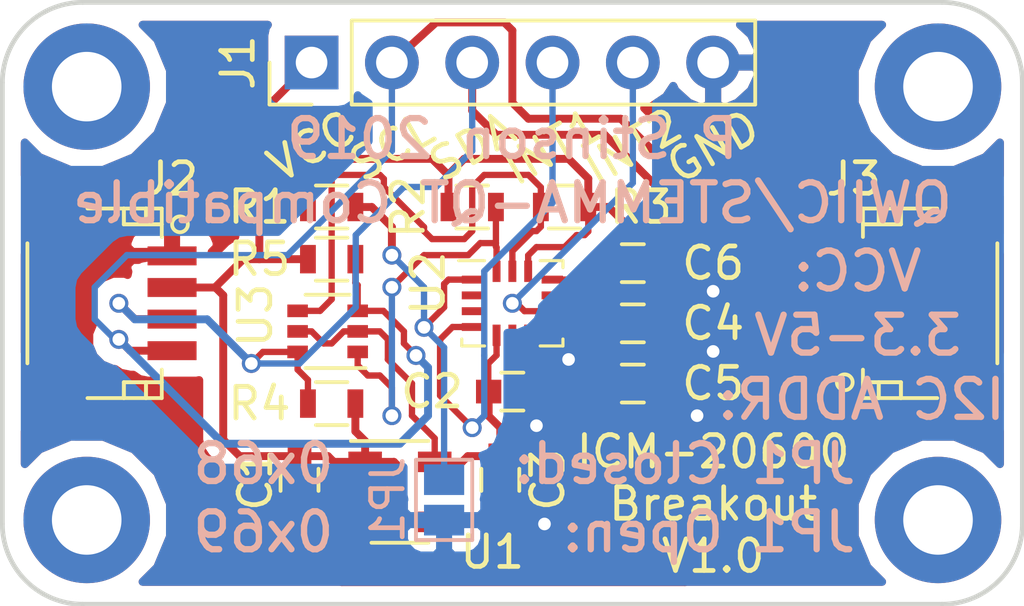
<source format=kicad_pcb>
(kicad_pcb (version 4) (host pcbnew 4.0.7)

  (general
    (links 48)
    (no_connects 0)
    (area 128.729666 89.86738 169.720334 115.277048)
    (thickness 1.6)
    (drawings 26)
    (tracks 263)
    (zones 0)
    (modules 22)
    (nets 16)
  )

  (page A4)
  (layers
    (0 F.Cu signal)
    (31 B.Cu signal)
    (32 B.Adhes user)
    (33 F.Adhes user)
    (34 B.Paste user)
    (35 F.Paste user)
    (36 B.SilkS user)
    (37 F.SilkS user)
    (38 B.Mask user)
    (39 F.Mask user)
    (40 Dwgs.User user)
    (41 Cmts.User user)
    (42 Eco1.User user)
    (43 Eco2.User user)
    (44 Edge.Cuts user)
    (45 Margin user)
    (46 B.CrtYd user)
    (47 F.CrtYd user)
    (48 B.Fab user)
    (49 F.Fab user)
  )

  (setup
    (last_trace_width 0.25)
    (user_trace_width 0.2)
    (trace_clearance 0.2)
    (zone_clearance 0.508)
    (zone_45_only no)
    (trace_min 0.2)
    (segment_width 0.2)
    (edge_width 0.15)
    (via_size 0.6)
    (via_drill 0.4)
    (via_min_size 0.4)
    (via_min_drill 0.3)
    (uvia_size 0.3)
    (uvia_drill 0.1)
    (uvias_allowed no)
    (uvia_min_size 0.2)
    (uvia_min_drill 0.1)
    (pcb_text_width 0.3)
    (pcb_text_size 1.5 1.5)
    (mod_edge_width 0.15)
    (mod_text_size 1 1)
    (mod_text_width 0.15)
    (pad_size 4 4)
    (pad_drill 2.2)
    (pad_to_mask_clearance 0.2)
    (aux_axis_origin 0 0)
    (visible_elements 7FFFFF7F)
    (pcbplotparams
      (layerselection 0x010f0_80000001)
      (usegerberextensions true)
      (excludeedgelayer true)
      (linewidth 0.100000)
      (plotframeref false)
      (viasonmask false)
      (mode 1)
      (useauxorigin false)
      (hpglpennumber 1)
      (hpglpenspeed 20)
      (hpglpendiameter 15)
      (hpglpenoverlay 2)
      (psnegative false)
      (psa4output false)
      (plotreference true)
      (plotvalue false)
      (plotinvisibletext false)
      (padsonsilk false)
      (subtractmaskfromsilk false)
      (outputformat 1)
      (mirror false)
      (drillshape 0)
      (scaleselection 1)
      (outputdirectory Gerbers/))
  )

  (net 0 "")
  (net 1 GND)
  (net 2 VCC)
  (net 3 +1V8)
  (net 4 "Net-(C6-Pad1)")
  (net 5 /SCL)
  (net 6 /SDA)
  (net 7 /INT1)
  (net 8 /INT2)
  (net 9 /AD0)
  (net 10 /SDA_1V8)
  (net 11 /SCL_1V8)
  (net 12 "Net-(U1-Pad4)")
  (net 13 "Net-(U2-Pad2)")
  (net 14 "Net-(U2-Pad3)")
  (net 15 "Net-(U2-Pad10)")

  (net_class Default "This is the default net class."
    (clearance 0.2)
    (trace_width 0.25)
    (via_dia 0.6)
    (via_drill 0.4)
    (uvia_dia 0.3)
    (uvia_drill 0.1)
    (add_net +1V8)
    (add_net /AD0)
    (add_net /INT1)
    (add_net /INT2)
    (add_net /SCL)
    (add_net /SCL_1V8)
    (add_net /SDA)
    (add_net /SDA_1V8)
    (add_net GND)
    (add_net "Net-(C6-Pad1)")
    (add_net "Net-(U1-Pad4)")
    (add_net "Net-(U2-Pad10)")
    (add_net "Net-(U2-Pad2)")
    (add_net "Net-(U2-Pad3)")
    (add_net VCC)
  )

  (module M2_Mounting_Hole:M2_Mounting_Hole (layer F.Cu) (tedit 5D5DB9D2) (tstamp 5D5DBAA8)
    (at 162.687 109.093)
    (fp_text reference REF** (at 0 -3) (layer F.SilkS) hide
      (effects (font (size 1 1) (thickness 0.15)))
    )
    (fp_text value M2_Mounting_Hole (at 0 3) (layer F.Fab) hide
      (effects (font (size 1 1) (thickness 0.15)))
    )
    (pad "" np_thru_hole circle (at 0 0) (size 4 4) (drill 2.2) (layers *.Cu *.Mask))
  )

  (module M2_Mounting_Hole:M2_Mounting_Hole (layer F.Cu) (tedit 5D5DB9D2) (tstamp 5D5DBA93)
    (at 135.763 109.093)
    (fp_text reference REF** (at 0 -3) (layer F.SilkS) hide
      (effects (font (size 1 1) (thickness 0.15)))
    )
    (fp_text value M2_Mounting_Hole (at 0 3) (layer F.Fab) hide
      (effects (font (size 1 1) (thickness 0.15)))
    )
    (pad "" np_thru_hole circle (at 0 0) (size 4 4) (drill 2.2) (layers *.Cu *.Mask))
  )

  (module M2_Mounting_Hole:M2_Mounting_Hole (layer F.Cu) (tedit 5D5DB9D2) (tstamp 5D5DBA33)
    (at 135.763 95.377)
    (fp_text reference REF** (at 0 -3) (layer F.SilkS) hide
      (effects (font (size 1 1) (thickness 0.15)))
    )
    (fp_text value M2_Mounting_Hole (at 0 3) (layer F.Fab) hide
      (effects (font (size 1 1) (thickness 0.15)))
    )
    (pad "" np_thru_hole circle (at 0 0) (size 4 4) (drill 2.2) (layers *.Cu *.Mask))
  )

  (module Capacitors_SMD:C_0603 (layer F.Cu) (tedit 5D5DA7FE) (tstamp 5D5C5877)
    (at 142.494 107.823 270)
    (descr "Capacitor SMD 0603, reflow soldering, AVX (see smccp.pdf)")
    (tags "capacitor 0603")
    (path /5D596FA8)
    (attr smd)
    (fp_text reference C1 (at 0 1.397 270) (layer F.SilkS)
      (effects (font (size 1 1) (thickness 0.15)))
    )
    (fp_text value 1uF (at 0 1.5 270) (layer F.Fab) hide
      (effects (font (size 1 1) (thickness 0.15)))
    )
    (fp_line (start 1.4 0.65) (end -1.4 0.65) (layer F.CrtYd) (width 0.05))
    (fp_line (start 1.4 0.65) (end 1.4 -0.65) (layer F.CrtYd) (width 0.05))
    (fp_line (start -1.4 -0.65) (end -1.4 0.65) (layer F.CrtYd) (width 0.05))
    (fp_line (start -1.4 -0.65) (end 1.4 -0.65) (layer F.CrtYd) (width 0.05))
    (fp_line (start 0.35 0.6) (end -0.35 0.6) (layer F.SilkS) (width 0.12))
    (fp_line (start -0.35 -0.6) (end 0.35 -0.6) (layer F.SilkS) (width 0.12))
    (fp_line (start -0.8 -0.4) (end 0.8 -0.4) (layer F.Fab) (width 0.1))
    (fp_line (start 0.8 -0.4) (end 0.8 0.4) (layer F.Fab) (width 0.1))
    (fp_line (start 0.8 0.4) (end -0.8 0.4) (layer F.Fab) (width 0.1))
    (fp_line (start -0.8 0.4) (end -0.8 -0.4) (layer F.Fab) (width 0.1))
    (fp_text user %R (at 0 0 270) (layer F.Fab)
      (effects (font (size 0.3 0.3) (thickness 0.075)))
    )
    (pad 2 smd rect (at 0.75 0 270) (size 0.8 0.75) (layers F.Cu F.Paste F.Mask)
      (net 1 GND))
    (pad 1 smd rect (at -0.75 0 270) (size 0.8 0.75) (layers F.Cu F.Paste F.Mask)
      (net 2 VCC))
    (model Capacitors_SMD.3dshapes/C_0603.wrl
      (at (xyz 0 0 0))
      (scale (xyz 1 1 1))
      (rotate (xyz 0 0 0))
    )
  )

  (module Capacitors_SMD:C_0603 (layer F.Cu) (tedit 5D5C59DE) (tstamp 5D5C587D)
    (at 149.225 105.029)
    (descr "Capacitor SMD 0603, reflow soldering, AVX (see smccp.pdf)")
    (tags "capacitor 0603")
    (path /5D59A20F)
    (attr smd)
    (fp_text reference C2 (at -2.54 0) (layer F.SilkS)
      (effects (font (size 1 1) (thickness 0.15)))
    )
    (fp_text value 10nF (at 0 1.5) (layer F.Fab) hide
      (effects (font (size 1 1) (thickness 0.15)))
    )
    (fp_line (start 1.4 0.65) (end -1.4 0.65) (layer F.CrtYd) (width 0.05))
    (fp_line (start 1.4 0.65) (end 1.4 -0.65) (layer F.CrtYd) (width 0.05))
    (fp_line (start -1.4 -0.65) (end -1.4 0.65) (layer F.CrtYd) (width 0.05))
    (fp_line (start -1.4 -0.65) (end 1.4 -0.65) (layer F.CrtYd) (width 0.05))
    (fp_line (start 0.35 0.6) (end -0.35 0.6) (layer F.SilkS) (width 0.12))
    (fp_line (start -0.35 -0.6) (end 0.35 -0.6) (layer F.SilkS) (width 0.12))
    (fp_line (start -0.8 -0.4) (end 0.8 -0.4) (layer F.Fab) (width 0.1))
    (fp_line (start 0.8 -0.4) (end 0.8 0.4) (layer F.Fab) (width 0.1))
    (fp_line (start 0.8 0.4) (end -0.8 0.4) (layer F.Fab) (width 0.1))
    (fp_line (start -0.8 0.4) (end -0.8 -0.4) (layer F.Fab) (width 0.1))
    (fp_text user %R (at 0 0) (layer F.Fab)
      (effects (font (size 0.3 0.3) (thickness 0.075)))
    )
    (pad 2 smd rect (at 0.75 0) (size 0.8 0.75) (layers F.Cu F.Paste F.Mask)
      (net 1 GND))
    (pad 1 smd rect (at -0.75 0) (size 0.8 0.75) (layers F.Cu F.Paste F.Mask)
      (net 3 +1V8))
    (model Capacitors_SMD.3dshapes/C_0603.wrl
      (at (xyz 0 0 0))
      (scale (xyz 1 1 1))
      (rotate (xyz 0 0 0))
    )
  )

  (module Capacitors_SMD:C_0603 (layer F.Cu) (tedit 5D5DA7F1) (tstamp 5D5C5883)
    (at 148.844 107.823 270)
    (descr "Capacitor SMD 0603, reflow soldering, AVX (see smccp.pdf)")
    (tags "capacitor 0603")
    (path /5D596FF4)
    (attr smd)
    (fp_text reference C3 (at 0 -1.5 270) (layer F.SilkS)
      (effects (font (size 1 1) (thickness 0.15)))
    )
    (fp_text value 1uF (at 0 1.5 270) (layer F.Fab) hide
      (effects (font (size 1 1) (thickness 0.15)))
    )
    (fp_line (start 1.4 0.65) (end -1.4 0.65) (layer F.CrtYd) (width 0.05))
    (fp_line (start 1.4 0.65) (end 1.4 -0.65) (layer F.CrtYd) (width 0.05))
    (fp_line (start -1.4 -0.65) (end -1.4 0.65) (layer F.CrtYd) (width 0.05))
    (fp_line (start -1.4 -0.65) (end 1.4 -0.65) (layer F.CrtYd) (width 0.05))
    (fp_line (start 0.35 0.6) (end -0.35 0.6) (layer F.SilkS) (width 0.12))
    (fp_line (start -0.35 -0.6) (end 0.35 -0.6) (layer F.SilkS) (width 0.12))
    (fp_line (start -0.8 -0.4) (end 0.8 -0.4) (layer F.Fab) (width 0.1))
    (fp_line (start 0.8 -0.4) (end 0.8 0.4) (layer F.Fab) (width 0.1))
    (fp_line (start 0.8 0.4) (end -0.8 0.4) (layer F.Fab) (width 0.1))
    (fp_line (start -0.8 0.4) (end -0.8 -0.4) (layer F.Fab) (width 0.1))
    (fp_text user %R (at 0 0 270) (layer F.Fab)
      (effects (font (size 0.3 0.3) (thickness 0.075)))
    )
    (pad 2 smd rect (at 0.75 0 270) (size 0.8 0.75) (layers F.Cu F.Paste F.Mask)
      (net 1 GND))
    (pad 1 smd rect (at -0.75 0 270) (size 0.8 0.75) (layers F.Cu F.Paste F.Mask)
      (net 3 +1V8))
    (model Capacitors_SMD.3dshapes/C_0603.wrl
      (at (xyz 0 0 0))
      (scale (xyz 1 1 1))
      (rotate (xyz 0 0 0))
    )
  )

  (module Capacitors_SMD:C_0603 (layer F.Cu) (tedit 5D5C5A1A) (tstamp 5D5C5889)
    (at 153.035 102.87)
    (descr "Capacitor SMD 0603, reflow soldering, AVX (see smccp.pdf)")
    (tags "capacitor 0603")
    (path /5D599E09)
    (attr smd)
    (fp_text reference C4 (at 2.54 0) (layer F.SilkS)
      (effects (font (size 1 1) (thickness 0.15)))
    )
    (fp_text value 0.1uF (at 0 1.5) (layer F.Fab) hide
      (effects (font (size 1 1) (thickness 0.15)))
    )
    (fp_line (start 1.4 0.65) (end -1.4 0.65) (layer F.CrtYd) (width 0.05))
    (fp_line (start 1.4 0.65) (end 1.4 -0.65) (layer F.CrtYd) (width 0.05))
    (fp_line (start -1.4 -0.65) (end -1.4 0.65) (layer F.CrtYd) (width 0.05))
    (fp_line (start -1.4 -0.65) (end 1.4 -0.65) (layer F.CrtYd) (width 0.05))
    (fp_line (start 0.35 0.6) (end -0.35 0.6) (layer F.SilkS) (width 0.12))
    (fp_line (start -0.35 -0.6) (end 0.35 -0.6) (layer F.SilkS) (width 0.12))
    (fp_line (start -0.8 -0.4) (end 0.8 -0.4) (layer F.Fab) (width 0.1))
    (fp_line (start 0.8 -0.4) (end 0.8 0.4) (layer F.Fab) (width 0.1))
    (fp_line (start 0.8 0.4) (end -0.8 0.4) (layer F.Fab) (width 0.1))
    (fp_line (start -0.8 0.4) (end -0.8 -0.4) (layer F.Fab) (width 0.1))
    (fp_text user %R (at 0 0) (layer F.Fab)
      (effects (font (size 0.3 0.3) (thickness 0.075)))
    )
    (pad 2 smd rect (at 0.75 0) (size 0.8 0.75) (layers F.Cu F.Paste F.Mask)
      (net 1 GND))
    (pad 1 smd rect (at -0.75 0) (size 0.8 0.75) (layers F.Cu F.Paste F.Mask)
      (net 3 +1V8))
    (model Capacitors_SMD.3dshapes/C_0603.wrl
      (at (xyz 0 0 0))
      (scale (xyz 1 1 1))
      (rotate (xyz 0 0 0))
    )
  )

  (module Capacitors_SMD:C_0603 (layer F.Cu) (tedit 5D5C5A66) (tstamp 5D5C588F)
    (at 153.035 104.775)
    (descr "Capacitor SMD 0603, reflow soldering, AVX (see smccp.pdf)")
    (tags "capacitor 0603")
    (path /5D599E55)
    (attr smd)
    (fp_text reference C5 (at 2.54 0) (layer F.SilkS)
      (effects (font (size 1 1) (thickness 0.15)))
    )
    (fp_text value 2.2uF (at 0 1.5) (layer F.Fab) hide
      (effects (font (size 1 1) (thickness 0.15)))
    )
    (fp_line (start 1.4 0.65) (end -1.4 0.65) (layer F.CrtYd) (width 0.05))
    (fp_line (start 1.4 0.65) (end 1.4 -0.65) (layer F.CrtYd) (width 0.05))
    (fp_line (start -1.4 -0.65) (end -1.4 0.65) (layer F.CrtYd) (width 0.05))
    (fp_line (start -1.4 -0.65) (end 1.4 -0.65) (layer F.CrtYd) (width 0.05))
    (fp_line (start 0.35 0.6) (end -0.35 0.6) (layer F.SilkS) (width 0.12))
    (fp_line (start -0.35 -0.6) (end 0.35 -0.6) (layer F.SilkS) (width 0.12))
    (fp_line (start -0.8 -0.4) (end 0.8 -0.4) (layer F.Fab) (width 0.1))
    (fp_line (start 0.8 -0.4) (end 0.8 0.4) (layer F.Fab) (width 0.1))
    (fp_line (start 0.8 0.4) (end -0.8 0.4) (layer F.Fab) (width 0.1))
    (fp_line (start -0.8 0.4) (end -0.8 -0.4) (layer F.Fab) (width 0.1))
    (fp_text user %R (at 0 0) (layer F.Fab)
      (effects (font (size 0.3 0.3) (thickness 0.075)))
    )
    (pad 2 smd rect (at 0.75 0) (size 0.8 0.75) (layers F.Cu F.Paste F.Mask)
      (net 1 GND))
    (pad 1 smd rect (at -0.75 0) (size 0.8 0.75) (layers F.Cu F.Paste F.Mask)
      (net 3 +1V8))
    (model Capacitors_SMD.3dshapes/C_0603.wrl
      (at (xyz 0 0 0))
      (scale (xyz 1 1 1))
      (rotate (xyz 0 0 0))
    )
  )

  (module Capacitors_SMD:C_0603 (layer F.Cu) (tedit 5D5C67C6) (tstamp 5D5C5895)
    (at 153.035 100.965)
    (descr "Capacitor SMD 0603, reflow soldering, AVX (see smccp.pdf)")
    (tags "capacitor 0603")
    (path /5D599CAA)
    (attr smd)
    (fp_text reference C6 (at 2.54 0) (layer F.SilkS)
      (effects (font (size 1 1) (thickness 0.15)))
    )
    (fp_text value 0.1uF (at 0 1.5) (layer F.Fab) hide
      (effects (font (size 1 1) (thickness 0.15)))
    )
    (fp_line (start 1.4 0.65) (end -1.4 0.65) (layer F.CrtYd) (width 0.05))
    (fp_line (start 1.4 0.65) (end 1.4 -0.65) (layer F.CrtYd) (width 0.05))
    (fp_line (start -1.4 -0.65) (end -1.4 0.65) (layer F.CrtYd) (width 0.05))
    (fp_line (start -1.4 -0.65) (end 1.4 -0.65) (layer F.CrtYd) (width 0.05))
    (fp_line (start 0.35 0.6) (end -0.35 0.6) (layer F.SilkS) (width 0.12))
    (fp_line (start -0.35 -0.6) (end 0.35 -0.6) (layer F.SilkS) (width 0.12))
    (fp_line (start -0.8 -0.4) (end 0.8 -0.4) (layer F.Fab) (width 0.1))
    (fp_line (start 0.8 -0.4) (end 0.8 0.4) (layer F.Fab) (width 0.1))
    (fp_line (start 0.8 0.4) (end -0.8 0.4) (layer F.Fab) (width 0.1))
    (fp_line (start -0.8 0.4) (end -0.8 -0.4) (layer F.Fab) (width 0.1))
    (fp_text user %R (at 0 0) (layer F.Fab)
      (effects (font (size 0.3 0.3) (thickness 0.075)))
    )
    (pad 2 smd rect (at 0.75 0) (size 0.8 0.75) (layers F.Cu F.Paste F.Mask)
      (net 1 GND))
    (pad 1 smd rect (at -0.75 0) (size 0.8 0.75) (layers F.Cu F.Paste F.Mask)
      (net 4 "Net-(C6-Pad1)"))
    (model Capacitors_SMD.3dshapes/C_0603.wrl
      (at (xyz 0 0 0))
      (scale (xyz 1 1 1))
      (rotate (xyz 0 0 0))
    )
  )

  (module Pin_Headers:Pin_Header_Straight_1x06_Pitch2.54mm (layer F.Cu) (tedit 5D5C5A3F) (tstamp 5D5C589F)
    (at 142.875 94.615 90)
    (descr "Through hole straight pin header, 1x06, 2.54mm pitch, single row")
    (tags "Through hole pin header THT 1x06 2.54mm single row")
    (path /5D5C5615)
    (fp_text reference J1 (at 0 -2.33 90) (layer F.SilkS)
      (effects (font (size 1 1) (thickness 0.15)))
    )
    (fp_text value Conn_01x06 (at 0 15.03 90) (layer F.Fab) hide
      (effects (font (size 1 1) (thickness 0.15)))
    )
    (fp_line (start -0.635 -1.27) (end 1.27 -1.27) (layer F.Fab) (width 0.1))
    (fp_line (start 1.27 -1.27) (end 1.27 13.97) (layer F.Fab) (width 0.1))
    (fp_line (start 1.27 13.97) (end -1.27 13.97) (layer F.Fab) (width 0.1))
    (fp_line (start -1.27 13.97) (end -1.27 -0.635) (layer F.Fab) (width 0.1))
    (fp_line (start -1.27 -0.635) (end -0.635 -1.27) (layer F.Fab) (width 0.1))
    (fp_line (start -1.33 14.03) (end 1.33 14.03) (layer F.SilkS) (width 0.12))
    (fp_line (start -1.33 1.27) (end -1.33 14.03) (layer F.SilkS) (width 0.12))
    (fp_line (start 1.33 1.27) (end 1.33 14.03) (layer F.SilkS) (width 0.12))
    (fp_line (start -1.33 1.27) (end 1.33 1.27) (layer F.SilkS) (width 0.12))
    (fp_line (start -1.33 0) (end -1.33 -1.33) (layer F.SilkS) (width 0.12))
    (fp_line (start -1.33 -1.33) (end 0 -1.33) (layer F.SilkS) (width 0.12))
    (fp_line (start -1.8 -1.8) (end -1.8 14.5) (layer F.CrtYd) (width 0.05))
    (fp_line (start -1.8 14.5) (end 1.8 14.5) (layer F.CrtYd) (width 0.05))
    (fp_line (start 1.8 14.5) (end 1.8 -1.8) (layer F.CrtYd) (width 0.05))
    (fp_line (start 1.8 -1.8) (end -1.8 -1.8) (layer F.CrtYd) (width 0.05))
    (fp_text user %R (at 0 6.35 180) (layer F.Fab)
      (effects (font (size 1 1) (thickness 0.15)))
    )
    (pad 1 thru_hole rect (at 0 0 90) (size 1.7 1.7) (drill 1) (layers *.Cu *.Mask)
      (net 2 VCC))
    (pad 2 thru_hole oval (at 0 2.54 90) (size 1.7 1.7) (drill 1) (layers *.Cu *.Mask)
      (net 5 /SCL))
    (pad 3 thru_hole oval (at 0 5.08 90) (size 1.7 1.7) (drill 1) (layers *.Cu *.Mask)
      (net 6 /SDA))
    (pad 4 thru_hole oval (at 0 7.62 90) (size 1.7 1.7) (drill 1) (layers *.Cu *.Mask)
      (net 7 /INT1))
    (pad 5 thru_hole oval (at 0 10.16 90) (size 1.7 1.7) (drill 1) (layers *.Cu *.Mask)
      (net 8 /INT2))
    (pad 6 thru_hole oval (at 0 12.7 90) (size 1.7 1.7) (drill 1) (layers *.Cu *.Mask)
      (net 1 GND))
    (model ${KISYS3DMOD}/Pin_Headers.3dshapes/Pin_Header_Straight_1x06_Pitch2.54mm.wrl
      (at (xyz 0 0 0))
      (scale (xyz 1 1 1))
      (rotate (xyz 0 0 0))
    )
  )

  (module Connectors_JST:JST_SH_SM04B-SRSS-TB_04x1.00mm_Angled (layer F.Cu) (tedit 5D5DBB3D) (tstamp 5D5C58A9)
    (at 136.525 102.235 270)
    (descr http://www.jst-mfg.com/product/pdf/eng/eSH.pdf)
    (tags "connector jst sh")
    (path /5D5C593B)
    (attr smd)
    (fp_text reference J2 (at -3.937 -1.905 540) (layer F.SilkS)
      (effects (font (size 1 1) (thickness 0.15)))
    )
    (fp_text value Conn_01x04 (at 0 4.5 270) (layer F.Fab) hide
      (effects (font (size 1 1) (thickness 0.15)))
    )
    (fp_circle (center -2.5 -2.1875) (end -2.25 -2.1875) (layer F.SilkS) (width 0.12))
    (fp_line (start -1.9 2.6375) (end 1.9 2.6375) (layer F.SilkS) (width 0.12))
    (fp_line (start -3 0.7375) (end -3 -1.6125) (layer F.SilkS) (width 0.12))
    (fp_line (start -3 -1.6125) (end -2.1 -1.6125) (layer F.SilkS) (width 0.12))
    (fp_line (start -2.5 -1.6125) (end -2.5 -0.4125) (layer F.SilkS) (width 0.12))
    (fp_line (start -2.5 -0.4125) (end -2.5 -0.4125) (layer F.SilkS) (width 0.12))
    (fp_line (start -2.5 -0.4125) (end -2.5 -1.6125) (layer F.SilkS) (width 0.12))
    (fp_line (start -2.5 -1.6125) (end -2.5 -1.6125) (layer F.SilkS) (width 0.12))
    (fp_line (start -2.5 -1.1125) (end -2.5 -1.1125) (layer F.SilkS) (width 0.12))
    (fp_line (start -2.5 -1.1125) (end -3 -1.1125) (layer F.SilkS) (width 0.12))
    (fp_line (start -3 -1.1125) (end -3 -1.1125) (layer F.SilkS) (width 0.12))
    (fp_line (start -3 -1.1125) (end -2.5 -1.1125) (layer F.SilkS) (width 0.12))
    (fp_line (start -2.5 -0.4125) (end -2.5 -0.4125) (layer F.SilkS) (width 0.12))
    (fp_line (start -2.5 -0.4125) (end -3 -0.4125) (layer F.SilkS) (width 0.12))
    (fp_line (start -3 -0.4125) (end -3 -0.4125) (layer F.SilkS) (width 0.12))
    (fp_line (start -3 -0.4125) (end -2.5 -0.4125) (layer F.SilkS) (width 0.12))
    (fp_line (start 3 0.7375) (end 3 -1.6125) (layer F.SilkS) (width 0.12))
    (fp_line (start 3 -1.6125) (end 2.1 -1.6125) (layer F.SilkS) (width 0.12))
    (fp_line (start 2.5 -1.6125) (end 2.5 -0.4125) (layer F.SilkS) (width 0.12))
    (fp_line (start 2.5 -0.4125) (end 2.5 -0.4125) (layer F.SilkS) (width 0.12))
    (fp_line (start 2.5 -0.4125) (end 2.5 -1.6125) (layer F.SilkS) (width 0.12))
    (fp_line (start 2.5 -1.6125) (end 2.5 -1.6125) (layer F.SilkS) (width 0.12))
    (fp_line (start 2.5 -1.1125) (end 2.5 -1.1125) (layer F.SilkS) (width 0.12))
    (fp_line (start 2.5 -1.1125) (end 3 -1.1125) (layer F.SilkS) (width 0.12))
    (fp_line (start 3 -1.1125) (end 3 -1.1125) (layer F.SilkS) (width 0.12))
    (fp_line (start 3 -1.1125) (end 2.5 -1.1125) (layer F.SilkS) (width 0.12))
    (fp_line (start 2.5 -0.4125) (end 2.5 -0.4125) (layer F.SilkS) (width 0.12))
    (fp_line (start 2.5 -0.4125) (end 3 -0.4125) (layer F.SilkS) (width 0.12))
    (fp_line (start 3 -0.4125) (end 3 -0.4125) (layer F.SilkS) (width 0.12))
    (fp_line (start 3 -0.4125) (end 2.5 -0.4125) (layer F.SilkS) (width 0.12))
    (fp_line (start -3.9 3.35) (end -3.9 -3.25) (layer F.CrtYd) (width 0.05))
    (fp_line (start -3.9 -3.25) (end 3.9 -3.25) (layer F.CrtYd) (width 0.05))
    (fp_line (start 3.9 -3.25) (end 3.9 3.35) (layer F.CrtYd) (width 0.05))
    (fp_line (start 3.9 3.35) (end -3.9 3.35) (layer F.CrtYd) (width 0.05))
    (pad 1 smd rect (at -1.5 -1.9375 270) (size 0.6 1.55) (layers F.Cu F.Paste F.Mask)
      (net 1 GND))
    (pad 2 smd rect (at -0.5 -1.9375 270) (size 0.6 1.55) (layers F.Cu F.Paste F.Mask)
      (net 2 VCC))
    (pad 3 smd rect (at 0.5 -1.9375 270) (size 0.6 1.55) (layers F.Cu F.Paste F.Mask)
      (net 6 /SDA))
    (pad 4 smd rect (at 1.5 -1.9375 270) (size 0.6 1.55) (layers F.Cu F.Paste F.Mask)
      (net 5 /SCL))
    (pad "" smd rect (at -2.8 1.9375 270) (size 1.2 1.8) (layers F.Cu F.Paste F.Mask))
    (pad "" smd rect (at 2.8 1.9375 270) (size 1.2 1.8) (layers F.Cu F.Paste F.Mask))
  )

  (module Connectors_JST:JST_SH_SM04B-SRSS-TB_04x1.00mm_Angled (layer F.Cu) (tedit 5D5DBB45) (tstamp 5D5C58B3)
    (at 161.925 102.235 90)
    (descr http://www.jst-mfg.com/product/pdf/eng/eSH.pdf)
    (tags "connector jst sh")
    (path /5D5C59B2)
    (attr smd)
    (fp_text reference J3 (at 3.937 -1.905 180) (layer F.SilkS)
      (effects (font (size 1 1) (thickness 0.15)))
    )
    (fp_text value Conn_01x04 (at 0 4.5 90) (layer F.Fab) hide
      (effects (font (size 1 1) (thickness 0.15)))
    )
    (fp_circle (center -2.5 -2.1875) (end -2.25 -2.1875) (layer F.SilkS) (width 0.12))
    (fp_line (start -1.9 2.6375) (end 1.9 2.6375) (layer F.SilkS) (width 0.12))
    (fp_line (start -3 0.7375) (end -3 -1.6125) (layer F.SilkS) (width 0.12))
    (fp_line (start -3 -1.6125) (end -2.1 -1.6125) (layer F.SilkS) (width 0.12))
    (fp_line (start -2.5 -1.6125) (end -2.5 -0.4125) (layer F.SilkS) (width 0.12))
    (fp_line (start -2.5 -0.4125) (end -2.5 -0.4125) (layer F.SilkS) (width 0.12))
    (fp_line (start -2.5 -0.4125) (end -2.5 -1.6125) (layer F.SilkS) (width 0.12))
    (fp_line (start -2.5 -1.6125) (end -2.5 -1.6125) (layer F.SilkS) (width 0.12))
    (fp_line (start -2.5 -1.1125) (end -2.5 -1.1125) (layer F.SilkS) (width 0.12))
    (fp_line (start -2.5 -1.1125) (end -3 -1.1125) (layer F.SilkS) (width 0.12))
    (fp_line (start -3 -1.1125) (end -3 -1.1125) (layer F.SilkS) (width 0.12))
    (fp_line (start -3 -1.1125) (end -2.5 -1.1125) (layer F.SilkS) (width 0.12))
    (fp_line (start -2.5 -0.4125) (end -2.5 -0.4125) (layer F.SilkS) (width 0.12))
    (fp_line (start -2.5 -0.4125) (end -3 -0.4125) (layer F.SilkS) (width 0.12))
    (fp_line (start -3 -0.4125) (end -3 -0.4125) (layer F.SilkS) (width 0.12))
    (fp_line (start -3 -0.4125) (end -2.5 -0.4125) (layer F.SilkS) (width 0.12))
    (fp_line (start 3 0.7375) (end 3 -1.6125) (layer F.SilkS) (width 0.12))
    (fp_line (start 3 -1.6125) (end 2.1 -1.6125) (layer F.SilkS) (width 0.12))
    (fp_line (start 2.5 -1.6125) (end 2.5 -0.4125) (layer F.SilkS) (width 0.12))
    (fp_line (start 2.5 -0.4125) (end 2.5 -0.4125) (layer F.SilkS) (width 0.12))
    (fp_line (start 2.5 -0.4125) (end 2.5 -1.6125) (layer F.SilkS) (width 0.12))
    (fp_line (start 2.5 -1.6125) (end 2.5 -1.6125) (layer F.SilkS) (width 0.12))
    (fp_line (start 2.5 -1.1125) (end 2.5 -1.1125) (layer F.SilkS) (width 0.12))
    (fp_line (start 2.5 -1.1125) (end 3 -1.1125) (layer F.SilkS) (width 0.12))
    (fp_line (start 3 -1.1125) (end 3 -1.1125) (layer F.SilkS) (width 0.12))
    (fp_line (start 3 -1.1125) (end 2.5 -1.1125) (layer F.SilkS) (width 0.12))
    (fp_line (start 2.5 -0.4125) (end 2.5 -0.4125) (layer F.SilkS) (width 0.12))
    (fp_line (start 2.5 -0.4125) (end 3 -0.4125) (layer F.SilkS) (width 0.12))
    (fp_line (start 3 -0.4125) (end 3 -0.4125) (layer F.SilkS) (width 0.12))
    (fp_line (start 3 -0.4125) (end 2.5 -0.4125) (layer F.SilkS) (width 0.12))
    (fp_line (start -3.9 3.35) (end -3.9 -3.25) (layer F.CrtYd) (width 0.05))
    (fp_line (start -3.9 -3.25) (end 3.9 -3.25) (layer F.CrtYd) (width 0.05))
    (fp_line (start 3.9 -3.25) (end 3.9 3.35) (layer F.CrtYd) (width 0.05))
    (fp_line (start 3.9 3.35) (end -3.9 3.35) (layer F.CrtYd) (width 0.05))
    (pad 1 smd rect (at -1.5 -1.9375 90) (size 0.6 1.55) (layers F.Cu F.Paste F.Mask)
      (net 1 GND))
    (pad 2 smd rect (at -0.5 -1.9375 90) (size 0.6 1.55) (layers F.Cu F.Paste F.Mask)
      (net 2 VCC))
    (pad 3 smd rect (at 0.5 -1.9375 90) (size 0.6 1.55) (layers F.Cu F.Paste F.Mask)
      (net 6 /SDA))
    (pad 4 smd rect (at 1.5 -1.9375 90) (size 0.6 1.55) (layers F.Cu F.Paste F.Mask)
      (net 5 /SCL))
    (pad "" smd rect (at -2.8 1.9375 90) (size 1.2 1.8) (layers F.Cu F.Paste F.Mask))
    (pad "" smd rect (at 2.8 1.9375 90) (size 1.2 1.8) (layers F.Cu F.Paste F.Mask))
  )

  (module Connectors:GS2 (layer B.Cu) (tedit 5D5C5A39) (tstamp 5D5C58B9)
    (at 147.066 108.458 180)
    (descr "2-pin solder bridge")
    (tags "solder bridge")
    (path /5D5C511C)
    (attr smd)
    (fp_text reference JP1 (at 1.78 0 450) (layer B.SilkS)
      (effects (font (size 1 1) (thickness 0.15)) (justify mirror))
    )
    (fp_text value Jumper_NO_Small (at -1.8 0 450) (layer B.Fab) hide
      (effects (font (size 1 1) (thickness 0.15)) (justify mirror))
    )
    (fp_line (start 1.1 1.45) (end 1.1 -1.5) (layer B.CrtYd) (width 0.05))
    (fp_line (start 1.1 -1.5) (end -1.1 -1.5) (layer B.CrtYd) (width 0.05))
    (fp_line (start -1.1 -1.5) (end -1.1 1.45) (layer B.CrtYd) (width 0.05))
    (fp_line (start -1.1 1.45) (end 1.1 1.45) (layer B.CrtYd) (width 0.05))
    (fp_line (start -0.89 1.27) (end -0.89 -1.27) (layer B.SilkS) (width 0.12))
    (fp_line (start 0.89 -1.27) (end 0.89 1.27) (layer B.SilkS) (width 0.12))
    (fp_line (start 0.89 -1.27) (end -0.89 -1.27) (layer B.SilkS) (width 0.12))
    (fp_line (start -0.89 1.27) (end 0.89 1.27) (layer B.SilkS) (width 0.12))
    (pad 1 smd rect (at 0 0.64 180) (size 1.27 0.97) (layers B.Cu B.Paste B.Mask)
      (net 9 /AD0))
    (pad 2 smd rect (at 0 -0.64 180) (size 1.27 0.97) (layers B.Cu B.Paste B.Mask)
      (net 1 GND))
  )

  (module Resistors_SMD:R_0603 (layer F.Cu) (tedit 5D5C681B) (tstamp 5D5C58BF)
    (at 143.51 99.187)
    (descr "Resistor SMD 0603, reflow soldering, Vishay (see dcrcw.pdf)")
    (tags "resistor 0603")
    (path /5D5C53E4)
    (attr smd)
    (fp_text reference R1 (at -2.286 0 180) (layer F.SilkS)
      (effects (font (size 1 1) (thickness 0.15)))
    )
    (fp_text value 10K (at 0 1.5) (layer F.Fab) hide
      (effects (font (size 1 1) (thickness 0.15)))
    )
    (fp_text user %R (at 0 0) (layer F.Fab)
      (effects (font (size 0.4 0.4) (thickness 0.075)))
    )
    (fp_line (start -0.8 0.4) (end -0.8 -0.4) (layer F.Fab) (width 0.1))
    (fp_line (start 0.8 0.4) (end -0.8 0.4) (layer F.Fab) (width 0.1))
    (fp_line (start 0.8 -0.4) (end 0.8 0.4) (layer F.Fab) (width 0.1))
    (fp_line (start -0.8 -0.4) (end 0.8 -0.4) (layer F.Fab) (width 0.1))
    (fp_line (start 0.5 0.68) (end -0.5 0.68) (layer F.SilkS) (width 0.12))
    (fp_line (start -0.5 -0.68) (end 0.5 -0.68) (layer F.SilkS) (width 0.12))
    (fp_line (start -1.25 -0.7) (end 1.25 -0.7) (layer F.CrtYd) (width 0.05))
    (fp_line (start -1.25 -0.7) (end -1.25 0.7) (layer F.CrtYd) (width 0.05))
    (fp_line (start 1.25 0.7) (end 1.25 -0.7) (layer F.CrtYd) (width 0.05))
    (fp_line (start 1.25 0.7) (end -1.25 0.7) (layer F.CrtYd) (width 0.05))
    (pad 1 smd rect (at -0.75 0) (size 0.5 0.9) (layers F.Cu F.Paste F.Mask)
      (net 3 +1V8))
    (pad 2 smd rect (at 0.75 0) (size 0.5 0.9) (layers F.Cu F.Paste F.Mask)
      (net 9 /AD0))
    (model ${KISYS3DMOD}/Resistors_SMD.3dshapes/R_0603.wrl
      (at (xyz 0 0 0))
      (scale (xyz 1 1 1))
      (rotate (xyz 0 0 0))
    )
  )

  (module Resistors_SMD:R_0603 (layer F.Cu) (tedit 5D5C685F) (tstamp 5D5C58C5)
    (at 147.955 99.187)
    (descr "Resistor SMD 0603, reflow soldering, Vishay (see dcrcw.pdf)")
    (tags "resistor 0603")
    (path /5D598DAD)
    (attr smd)
    (fp_text reference R2 (at -2.032 0 90) (layer F.SilkS)
      (effects (font (size 1 1) (thickness 0.15)))
    )
    (fp_text value 10K (at 0 1.5) (layer F.Fab) hide
      (effects (font (size 1 1) (thickness 0.15)))
    )
    (fp_text user %R (at 0 0) (layer F.Fab)
      (effects (font (size 0.4 0.4) (thickness 0.075)))
    )
    (fp_line (start -0.8 0.4) (end -0.8 -0.4) (layer F.Fab) (width 0.1))
    (fp_line (start 0.8 0.4) (end -0.8 0.4) (layer F.Fab) (width 0.1))
    (fp_line (start 0.8 -0.4) (end 0.8 0.4) (layer F.Fab) (width 0.1))
    (fp_line (start -0.8 -0.4) (end 0.8 -0.4) (layer F.Fab) (width 0.1))
    (fp_line (start 0.5 0.68) (end -0.5 0.68) (layer F.SilkS) (width 0.12))
    (fp_line (start -0.5 -0.68) (end 0.5 -0.68) (layer F.SilkS) (width 0.12))
    (fp_line (start -1.25 -0.7) (end 1.25 -0.7) (layer F.CrtYd) (width 0.05))
    (fp_line (start -1.25 -0.7) (end -1.25 0.7) (layer F.CrtYd) (width 0.05))
    (fp_line (start 1.25 0.7) (end 1.25 -0.7) (layer F.CrtYd) (width 0.05))
    (fp_line (start 1.25 0.7) (end -1.25 0.7) (layer F.CrtYd) (width 0.05))
    (pad 1 smd rect (at -0.75 0) (size 0.5 0.9) (layers F.Cu F.Paste F.Mask)
      (net 3 +1V8))
    (pad 2 smd rect (at 0.75 0) (size 0.5 0.9) (layers F.Cu F.Paste F.Mask)
      (net 10 /SDA_1V8))
    (model ${KISYS3DMOD}/Resistors_SMD.3dshapes/R_0603.wrl
      (at (xyz 0 0 0))
      (scale (xyz 1 1 1))
      (rotate (xyz 0 0 0))
    )
  )

  (module Resistors_SMD:R_0603 (layer F.Cu) (tedit 5D5C6884) (tstamp 5D5C58CB)
    (at 150.876 99.187 180)
    (descr "Resistor SMD 0603, reflow soldering, Vishay (see dcrcw.pdf)")
    (tags "resistor 0603")
    (path /5D598E35)
    (attr smd)
    (fp_text reference R3 (at -2.413 0 360) (layer F.SilkS)
      (effects (font (size 1 1) (thickness 0.15)))
    )
    (fp_text value 10K (at 0 1.5 180) (layer F.Fab) hide
      (effects (font (size 1 1) (thickness 0.15)))
    )
    (fp_text user %R (at 0 0 180) (layer F.Fab)
      (effects (font (size 0.4 0.4) (thickness 0.075)))
    )
    (fp_line (start -0.8 0.4) (end -0.8 -0.4) (layer F.Fab) (width 0.1))
    (fp_line (start 0.8 0.4) (end -0.8 0.4) (layer F.Fab) (width 0.1))
    (fp_line (start 0.8 -0.4) (end 0.8 0.4) (layer F.Fab) (width 0.1))
    (fp_line (start -0.8 -0.4) (end 0.8 -0.4) (layer F.Fab) (width 0.1))
    (fp_line (start 0.5 0.68) (end -0.5 0.68) (layer F.SilkS) (width 0.12))
    (fp_line (start -0.5 -0.68) (end 0.5 -0.68) (layer F.SilkS) (width 0.12))
    (fp_line (start -1.25 -0.7) (end 1.25 -0.7) (layer F.CrtYd) (width 0.05))
    (fp_line (start -1.25 -0.7) (end -1.25 0.7) (layer F.CrtYd) (width 0.05))
    (fp_line (start 1.25 0.7) (end 1.25 -0.7) (layer F.CrtYd) (width 0.05))
    (fp_line (start 1.25 0.7) (end -1.25 0.7) (layer F.CrtYd) (width 0.05))
    (pad 1 smd rect (at -0.75 0 180) (size 0.5 0.9) (layers F.Cu F.Paste F.Mask)
      (net 3 +1V8))
    (pad 2 smd rect (at 0.75 0 180) (size 0.5 0.9) (layers F.Cu F.Paste F.Mask)
      (net 11 /SCL_1V8))
    (model ${KISYS3DMOD}/Resistors_SMD.3dshapes/R_0603.wrl
      (at (xyz 0 0 0))
      (scale (xyz 1 1 1))
      (rotate (xyz 0 0 0))
    )
  )

  (module Resistors_SMD:R_0603 (layer F.Cu) (tedit 5D5C6599) (tstamp 5D5C58D1)
    (at 143.51 105.41 180)
    (descr "Resistor SMD 0603, reflow soldering, Vishay (see dcrcw.pdf)")
    (tags "resistor 0603")
    (path /5D598FED)
    (attr smd)
    (fp_text reference R4 (at 2.286 0 180) (layer F.SilkS)
      (effects (font (size 1 1) (thickness 0.15)))
    )
    (fp_text value 10K (at 0 1.5 180) (layer F.Fab) hide
      (effects (font (size 1 1) (thickness 0.15)))
    )
    (fp_text user %R (at 0 0 180) (layer F.Fab)
      (effects (font (size 0.4 0.4) (thickness 0.075)))
    )
    (fp_line (start -0.8 0.4) (end -0.8 -0.4) (layer F.Fab) (width 0.1))
    (fp_line (start 0.8 0.4) (end -0.8 0.4) (layer F.Fab) (width 0.1))
    (fp_line (start 0.8 -0.4) (end 0.8 0.4) (layer F.Fab) (width 0.1))
    (fp_line (start -0.8 -0.4) (end 0.8 -0.4) (layer F.Fab) (width 0.1))
    (fp_line (start 0.5 0.68) (end -0.5 0.68) (layer F.SilkS) (width 0.12))
    (fp_line (start -0.5 -0.68) (end 0.5 -0.68) (layer F.SilkS) (width 0.12))
    (fp_line (start -1.25 -0.7) (end 1.25 -0.7) (layer F.CrtYd) (width 0.05))
    (fp_line (start -1.25 -0.7) (end -1.25 0.7) (layer F.CrtYd) (width 0.05))
    (fp_line (start 1.25 0.7) (end 1.25 -0.7) (layer F.CrtYd) (width 0.05))
    (fp_line (start 1.25 0.7) (end -1.25 0.7) (layer F.CrtYd) (width 0.05))
    (pad 1 smd rect (at -0.75 0 180) (size 0.5 0.9) (layers F.Cu F.Paste F.Mask)
      (net 2 VCC))
    (pad 2 smd rect (at 0.75 0 180) (size 0.5 0.9) (layers F.Cu F.Paste F.Mask)
      (net 6 /SDA))
    (model ${KISYS3DMOD}/Resistors_SMD.3dshapes/R_0603.wrl
      (at (xyz 0 0 0))
      (scale (xyz 1 1 1))
      (rotate (xyz 0 0 0))
    )
  )

  (module Resistors_SMD:R_0603 (layer F.Cu) (tedit 5D5C653B) (tstamp 5D5C58D7)
    (at 143.51 100.838)
    (descr "Resistor SMD 0603, reflow soldering, Vishay (see dcrcw.pdf)")
    (tags "resistor 0603")
    (path /5D599056)
    (attr smd)
    (fp_text reference R5 (at -2.286 0) (layer F.SilkS)
      (effects (font (size 1 1) (thickness 0.15)))
    )
    (fp_text value 10K (at 0 1.5) (layer F.Fab) hide
      (effects (font (size 1 1) (thickness 0.15)))
    )
    (fp_text user %R (at 0 0) (layer F.Fab)
      (effects (font (size 0.4 0.4) (thickness 0.075)))
    )
    (fp_line (start -0.8 0.4) (end -0.8 -0.4) (layer F.Fab) (width 0.1))
    (fp_line (start 0.8 0.4) (end -0.8 0.4) (layer F.Fab) (width 0.1))
    (fp_line (start 0.8 -0.4) (end 0.8 0.4) (layer F.Fab) (width 0.1))
    (fp_line (start -0.8 -0.4) (end 0.8 -0.4) (layer F.Fab) (width 0.1))
    (fp_line (start 0.5 0.68) (end -0.5 0.68) (layer F.SilkS) (width 0.12))
    (fp_line (start -0.5 -0.68) (end 0.5 -0.68) (layer F.SilkS) (width 0.12))
    (fp_line (start -1.25 -0.7) (end 1.25 -0.7) (layer F.CrtYd) (width 0.05))
    (fp_line (start -1.25 -0.7) (end -1.25 0.7) (layer F.CrtYd) (width 0.05))
    (fp_line (start 1.25 0.7) (end 1.25 -0.7) (layer F.CrtYd) (width 0.05))
    (fp_line (start 1.25 0.7) (end -1.25 0.7) (layer F.CrtYd) (width 0.05))
    (pad 1 smd rect (at -0.75 0) (size 0.5 0.9) (layers F.Cu F.Paste F.Mask)
      (net 2 VCC))
    (pad 2 smd rect (at 0.75 0) (size 0.5 0.9) (layers F.Cu F.Paste F.Mask)
      (net 5 /SCL))
    (model ${KISYS3DMOD}/Resistors_SMD.3dshapes/R_0603.wrl
      (at (xyz 0 0 0))
      (scale (xyz 1 1 1))
      (rotate (xyz 0 0 0))
    )
  )

  (module TO_SOT_Packages_SMD:SOT-23-5 (layer F.Cu) (tedit 5D5DA888) (tstamp 5D5C58E0)
    (at 145.669 108.204)
    (descr "5-pin SOT23 package")
    (tags SOT-23-5)
    (path /5D596F3A)
    (attr smd)
    (fp_text reference U1 (at 2.921 1.905) (layer F.SilkS)
      (effects (font (size 1 1) (thickness 0.15)))
    )
    (fp_text value TLV70218_SOT23-5 (at 0 2.9) (layer F.Fab) hide
      (effects (font (size 1 1) (thickness 0.15)))
    )
    (fp_text user %R (at 0 0 90) (layer F.Fab)
      (effects (font (size 0.5 0.5) (thickness 0.075)))
    )
    (fp_line (start -0.9 1.61) (end 0.9 1.61) (layer F.SilkS) (width 0.12))
    (fp_line (start 0.9 -1.61) (end -1.55 -1.61) (layer F.SilkS) (width 0.12))
    (fp_line (start -1.9 -1.8) (end 1.9 -1.8) (layer F.CrtYd) (width 0.05))
    (fp_line (start 1.9 -1.8) (end 1.9 1.8) (layer F.CrtYd) (width 0.05))
    (fp_line (start 1.9 1.8) (end -1.9 1.8) (layer F.CrtYd) (width 0.05))
    (fp_line (start -1.9 1.8) (end -1.9 -1.8) (layer F.CrtYd) (width 0.05))
    (fp_line (start -0.9 -0.9) (end -0.25 -1.55) (layer F.Fab) (width 0.1))
    (fp_line (start 0.9 -1.55) (end -0.25 -1.55) (layer F.Fab) (width 0.1))
    (fp_line (start -0.9 -0.9) (end -0.9 1.55) (layer F.Fab) (width 0.1))
    (fp_line (start 0.9 1.55) (end -0.9 1.55) (layer F.Fab) (width 0.1))
    (fp_line (start 0.9 -1.55) (end 0.9 1.55) (layer F.Fab) (width 0.1))
    (pad 1 smd rect (at -1.1 -0.95) (size 1.06 0.65) (layers F.Cu F.Paste F.Mask)
      (net 2 VCC))
    (pad 2 smd rect (at -1.1 0) (size 1.06 0.65) (layers F.Cu F.Paste F.Mask)
      (net 1 GND))
    (pad 3 smd rect (at -1.1 0.95) (size 1.06 0.65) (layers F.Cu F.Paste F.Mask)
      (net 2 VCC))
    (pad 4 smd rect (at 1.1 0.95) (size 1.06 0.65) (layers F.Cu F.Paste F.Mask)
      (net 12 "Net-(U1-Pad4)"))
    (pad 5 smd rect (at 1.1 -0.95) (size 1.06 0.65) (layers F.Cu F.Paste F.Mask)
      (net 3 +1V8))
    (model ${KISYS3DMOD}/TO_SOT_Packages_SMD.3dshapes/SOT-23-5.wrl
      (at (xyz 0 0 0))
      (scale (xyz 1 1 1))
      (rotate (xyz 0 0 0))
    )
  )

  (module Housings_LGA:Bosch_LGA-14_3x2.5mm_Pitch0.5mm (layer F.Cu) (tedit 5D5C66E5) (tstamp 5D5C58F2)
    (at 149.225 102.235)
    (descr "LGA-14 Bosch https://ae-bst.resource.bosch.com/media/_tech/media/datasheets/BST-BMI160-DS000-07.pdf")
    (tags "lga land grid array")
    (path /5D596976)
    (attr smd)
    (fp_text reference U2 (at -2.667 -0.635 90) (layer F.SilkS)
      (effects (font (size 1 1) (thickness 0.15)))
    )
    (fp_text value ICM-20600 (at 0 2.5) (layer F.Fab) hide
      (effects (font (size 1 1) (thickness 0.15)))
    )
    (fp_line (start -1.7 -1.35) (end -0.88 -1.35) (layer F.SilkS) (width 0.1))
    (fp_line (start -1.6 1.35) (end -0.88 1.35) (layer F.SilkS) (width 0.1))
    (fp_line (start -1.6 1.35) (end -1.6 1.13) (layer F.SilkS) (width 0.1))
    (fp_line (start 1.6 1.13) (end 1.6 1.35) (layer F.SilkS) (width 0.1))
    (fp_line (start 1.6 1.35) (end 0.88 1.35) (layer F.SilkS) (width 0.1))
    (fp_line (start 0.88 -1.35) (end 1.6 -1.35) (layer F.SilkS) (width 0.1))
    (fp_line (start 1.6 -1.35) (end 1.6 -1.13) (layer F.SilkS) (width 0.1))
    (fp_text user %R (at 0 0) (layer F.Fab)
      (effects (font (size 0.5 0.5) (thickness 0.075)))
    )
    (fp_line (start -0.75 -1.25) (end -1.5 -0.5) (layer F.Fab) (width 0.1))
    (fp_line (start -0.75 -1.25) (end 1.5 -1.25) (layer F.Fab) (width 0.1))
    (fp_line (start 1.5 -1.25) (end 1.5 1.25) (layer F.Fab) (width 0.1))
    (fp_line (start 1.5 1.25) (end -1.5 1.25) (layer F.Fab) (width 0.1))
    (fp_line (start -1.5 1.25) (end -1.5 -0.5) (layer F.Fab) (width 0.1))
    (fp_line (start -1.85 -1.6) (end 1.85 -1.6) (layer F.CrtYd) (width 0.05))
    (fp_line (start 1.85 -1.6) (end 1.85 1.6) (layer F.CrtYd) (width 0.05))
    (fp_line (start 1.85 1.6) (end -1.85 1.6) (layer F.CrtYd) (width 0.05))
    (fp_line (start -1.85 1.6) (end -1.85 -1.6) (layer F.CrtYd) (width 0.05))
    (pad 13 smd rect (at 0 -1.0125) (size 0.25 0.675) (layers F.Cu F.Paste F.Mask)
      (net 11 /SCL_1V8))
    (pad 14 smd rect (at -0.5 -1.0125) (size 0.25 0.675) (layers F.Cu F.Paste F.Mask)
      (net 10 /SDA_1V8))
    (pad 12 smd rect (at 0.5 -1.0125) (size 0.25 0.675) (layers F.Cu F.Paste F.Mask)
      (net 3 +1V8))
    (pad 5 smd rect (at -0.5 1.0125) (size 0.25 0.675) (layers F.Cu F.Paste F.Mask)
      (net 3 +1V8))
    (pad 6 smd rect (at 0 1.0125) (size 0.25 0.675) (layers F.Cu F.Paste F.Mask)
      (net 1 GND))
    (pad 7 smd rect (at 0.5 1.0125) (size 0.25 0.675) (layers F.Cu F.Paste F.Mask)
      (net 1 GND))
    (pad 1 smd rect (at -1.2625 -0.75) (size 0.675 0.25) (layers F.Cu F.Paste F.Mask)
      (net 9 /AD0))
    (pad 2 smd rect (at -1.2625 -0.25) (size 0.675 0.25) (layers F.Cu F.Paste F.Mask)
      (net 13 "Net-(U2-Pad2)"))
    (pad 3 smd rect (at -1.2625 0.25) (size 0.675 0.25) (layers F.Cu F.Paste F.Mask)
      (net 14 "Net-(U2-Pad3)"))
    (pad 4 smd rect (at -1.2625 0.75) (size 0.675 0.25) (layers F.Cu F.Paste F.Mask)
      (net 7 /INT1))
    (pad 8 smd rect (at 1.2625 0.75) (size 0.675 0.25) (layers F.Cu F.Paste F.Mask)
      (net 3 +1V8))
    (pad 9 smd rect (at 1.2625 0.25) (size 0.675 0.25) (layers F.Cu F.Paste F.Mask)
      (net 8 /INT2))
    (pad 10 smd rect (at 1.2625 -0.25) (size 0.675 0.25) (layers F.Cu F.Paste F.Mask)
      (net 15 "Net-(U2-Pad10)"))
    (pad 11 smd rect (at 1.2625 -0.75) (size 0.675 0.25) (layers F.Cu F.Paste F.Mask)
      (net 4 "Net-(C6-Pad1)"))
    (model ${KISYS3DMOD}/Housings_LGA.3dshapes/Bosch_LGA-14_3x2.5mm_Pitch0.5mm.wrl
      (at (xyz 0 0 0))
      (scale (xyz 1 1 1))
      (rotate (xyz 0 0 0))
    )
  )

  (module TO_SOT_Packages_SMD:SOT-363_SC-70-6 (layer F.Cu) (tedit 5D5C65A3) (tstamp 5D5C58FC)
    (at 143.383 103.124 180)
    (descr "SOT-363, SC-70-6")
    (tags "SOT-363 SC-70-6")
    (path /5D598B01)
    (attr smd)
    (fp_text reference U3 (at 2.286 0.508 270) (layer F.SilkS)
      (effects (font (size 1 1) (thickness 0.15)))
    )
    (fp_text value BSD840N (at 0 2 180) (layer F.Fab) hide
      (effects (font (size 1 1) (thickness 0.15)))
    )
    (fp_text user %R (at 0 0 270) (layer F.Fab)
      (effects (font (size 0.5 0.5) (thickness 0.075)))
    )
    (fp_line (start 0.7 -1.16) (end -1.2 -1.16) (layer F.SilkS) (width 0.12))
    (fp_line (start -0.7 1.16) (end 0.7 1.16) (layer F.SilkS) (width 0.12))
    (fp_line (start 1.6 1.4) (end 1.6 -1.4) (layer F.CrtYd) (width 0.05))
    (fp_line (start -1.6 -1.4) (end -1.6 1.4) (layer F.CrtYd) (width 0.05))
    (fp_line (start -1.6 -1.4) (end 1.6 -1.4) (layer F.CrtYd) (width 0.05))
    (fp_line (start 0.675 -1.1) (end -0.175 -1.1) (layer F.Fab) (width 0.1))
    (fp_line (start -0.675 -0.6) (end -0.675 1.1) (layer F.Fab) (width 0.1))
    (fp_line (start -1.6 1.4) (end 1.6 1.4) (layer F.CrtYd) (width 0.05))
    (fp_line (start 0.675 -1.1) (end 0.675 1.1) (layer F.Fab) (width 0.1))
    (fp_line (start 0.675 1.1) (end -0.675 1.1) (layer F.Fab) (width 0.1))
    (fp_line (start -0.175 -1.1) (end -0.675 -0.6) (layer F.Fab) (width 0.1))
    (pad 1 smd rect (at -0.95 -0.65 180) (size 0.65 0.4) (layers F.Cu F.Paste F.Mask)
      (net 10 /SDA_1V8))
    (pad 3 smd rect (at -0.95 0.65 180) (size 0.65 0.4) (layers F.Cu F.Paste F.Mask)
      (net 5 /SCL))
    (pad 5 smd rect (at 0.95 0 180) (size 0.65 0.4) (layers F.Cu F.Paste F.Mask)
      (net 3 +1V8))
    (pad 2 smd rect (at -0.95 0 180) (size 0.65 0.4) (layers F.Cu F.Paste F.Mask)
      (net 3 +1V8))
    (pad 4 smd rect (at 0.95 0.65 180) (size 0.65 0.4) (layers F.Cu F.Paste F.Mask)
      (net 11 /SCL_1V8))
    (pad 6 smd rect (at 0.95 -0.65 180) (size 0.65 0.4) (layers F.Cu F.Paste F.Mask)
      (net 6 /SDA))
    (model ${KISYS3DMOD}/TO_SOT_Packages_SMD.3dshapes/SOT-363_SC-70-6.wrl
      (at (xyz 0 0 0))
      (scale (xyz 1 1 1))
      (rotate (xyz 0 0 0))
    )
  )

  (module M2_Mounting_Hole:M2_Mounting_Hole (layer F.Cu) (tedit 5D5DB9D2) (tstamp 5D5DB9BE)
    (at 162.687 95.377)
    (fp_text reference REF** (at 0 -3) (layer F.SilkS) hide
      (effects (font (size 1 1) (thickness 0.15)))
    )
    (fp_text value M2_Mounting_Hole (at 0 3) (layer F.Fab) hide
      (effects (font (size 1 1) (thickness 0.15)))
    )
    (pad "" np_thru_hole circle (at 0 0) (size 4 4) (drill 2.2) (layers *.Cu *.Mask))
  )

  (gr_text 0x69 (at 141.351 109.474) (layer B.SilkS)
    (effects (font (size 1.2 1.2) (thickness 0.2)) (justify mirror))
  )
  (gr_text 0x68 (at 141.351 107.315) (layer B.SilkS)
    (effects (font (size 1.2 1.2) (thickness 0.2)) (justify mirror))
  )
  (gr_text "JP1 Closed:" (at 154.686 107.315) (layer B.SilkS)
    (effects (font (size 1.2 1.2) (thickness 0.2)) (justify mirror))
  )
  (gr_text "JP1 Open:" (at 155.448 109.474) (layer B.SilkS)
    (effects (font (size 1.2 1.2) (thickness 0.2)) (justify mirror))
  )
  (gr_text "I2C ADDR:" (at 160.274 105.283) (layer B.SilkS)
    (effects (font (size 1.2 1.2) (thickness 0.2)) (justify mirror))
  )
  (gr_text 3.3-5V (at 160.147 103.251) (layer B.SilkS)
    (effects (font (size 1.2 1.2) (thickness 0.2)) (justify mirror))
  )
  (gr_text VCC: (at 160.147 101.219) (layer B.SilkS)
    (effects (font (size 1.2 1.2) (thickness 0.2)) (justify mirror))
  )
  (gr_text "QWIIC/STEMMA-QT Compatible" (at 149.225 99.06) (layer B.SilkS)
    (effects (font (size 1.2 1.2) (thickness 0.2)) (justify mirror))
  )
  (gr_text "P Stinson 2019" (at 149.225 97.028) (layer B.SilkS)
    (effects (font (size 1.2 1.2) (thickness 0.2)) (justify mirror))
  )
  (gr_text V1.0 (at 155.575 110.236) (layer F.SilkS)
    (effects (font (size 1 1) (thickness 0.15)))
  )
  (gr_text Breakout (at 155.575 108.585) (layer F.SilkS)
    (effects (font (size 1 1) (thickness 0.15)))
  )
  (gr_text ICM-20600 (at 155.575 106.934) (layer F.SilkS)
    (effects (font (size 1 1) (thickness 0.15)))
  )
  (gr_text VCC (at 142.875 97.282 30) (layer F.SilkS)
    (effects (font (size 1 1) (thickness 0.15)))
  )
  (gr_text SCL (at 145.415 97.282 30) (layer F.SilkS)
    (effects (font (size 1 1) (thickness 0.15)))
  )
  (gr_text SDA (at 147.955 97.282 30) (layer F.SilkS)
    (effects (font (size 1 1) (thickness 0.15)))
  )
  (gr_text INT1 (at 150.495 97.282 30) (layer F.SilkS)
    (effects (font (size 1 1) (thickness 0.15)))
  )
  (gr_text INT2 (at 153.035 97.282 30) (layer F.SilkS)
    (effects (font (size 1 1) (thickness 0.15)))
  )
  (gr_text GND (at 155.575 97.282 30) (layer F.SilkS)
    (effects (font (size 1 1) (thickness 0.15)))
  )
  (gr_line (start 133.096 109.22) (end 133.096 95.25) (angle 90) (layer Edge.Cuts) (width 0.15))
  (gr_line (start 162.814 92.71) (end 135.636 92.71) (angle 90) (layer Edge.Cuts) (width 0.15))
  (gr_line (start 165.354 109.22) (end 165.354 95.25) (angle 90) (layer Edge.Cuts) (width 0.15))
  (gr_line (start 135.636 111.76) (end 162.814 111.76) (angle 90) (layer Edge.Cuts) (width 0.15))
  (gr_arc (start 135.636 109.22) (end 135.636 111.76) (angle 90) (layer Edge.Cuts) (width 0.15))
  (gr_arc (start 162.814 109.22) (end 165.354 109.22) (angle 90) (layer Edge.Cuts) (width 0.15))
  (gr_arc (start 162.814 95.25) (end 162.814 92.71) (angle 90) (layer Edge.Cuts) (width 0.15))
  (gr_arc (start 135.636 95.25) (end 133.096 95.25) (angle 90) (layer Edge.Cuts) (width 0.15))

  (segment (start 144.569 108.204) (end 143.764 108.204) (width 0.25) (layer F.Cu) (net 1))
  (segment (start 143.0655 109.855) (end 142.84325 110.07725) (width 0.25) (layer F.Cu) (net 1) (tstamp 5D5DB757))
  (segment (start 143.0655 109.6645) (end 143.0655 109.855) (width 0.25) (layer F.Cu) (net 1) (tstamp 5D5DB755))
  (segment (start 143.4465 109.2835) (end 143.0655 109.6645) (width 0.25) (layer F.Cu) (net 1) (tstamp 5D5DB74F))
  (segment (start 143.4465 108.5215) (end 143.4465 109.2835) (width 0.25) (layer F.Cu) (net 1) (tstamp 5D5DB74D))
  (segment (start 143.764 108.204) (end 143.4465 108.5215) (width 0.25) (layer F.Cu) (net 1) (tstamp 5D5DB74B))
  (segment (start 153.785 104.775) (end 154.94 104.775) (width 0.25) (layer F.Cu) (net 1))
  (via (at 155.575 103.759) (size 0.6) (drill 0.4) (layers F.Cu B.Cu) (net 1))
  (segment (start 155.2575 104.0765) (end 155.575 103.759) (width 0.25) (layer F.Cu) (net 1) (tstamp 5D5DB73D))
  (segment (start 155.2575 104.4575) (end 155.2575 104.0765) (width 0.25) (layer F.Cu) (net 1) (tstamp 5D5DB738))
  (segment (start 154.94 104.775) (end 155.2575 104.4575) (width 0.25) (layer F.Cu) (net 1) (tstamp 5D5DB736))
  (segment (start 153.785 102.87) (end 154.686 102.87) (width 0.25) (layer F.Cu) (net 1))
  (segment (start 154.686 102.87) (end 155.575 103.759) (width 0.25) (layer F.Cu) (net 1) (tstamp 5D5DB728))
  (segment (start 149.975 105.029) (end 149.975 106.0965) (width 0.25) (layer F.Cu) (net 1))
  (via (at 149.987 106.1085) (size 0.6) (drill 0.4) (layers F.Cu B.Cu) (net 1))
  (segment (start 149.975 106.0965) (end 149.987 106.1085) (width 0.25) (layer F.Cu) (net 1) (tstamp 5D5DB700))
  (segment (start 149.975 105.029) (end 151.003 105.029) (width 0.25) (layer F.Cu) (net 1))
  (via (at 151.003 104.013) (size 0.6) (drill 0.4) (layers F.Cu B.Cu) (net 1))
  (segment (start 151.13 104.14) (end 151.003 104.013) (width 0.25) (layer F.Cu) (net 1) (tstamp 5D5DB6CC))
  (segment (start 151.13 104.902) (end 151.13 104.14) (width 0.25) (layer F.Cu) (net 1) (tstamp 5D5DB6CB))
  (segment (start 151.003 105.029) (end 151.13 104.902) (width 0.25) (layer F.Cu) (net 1) (tstamp 5D5DB6C9))
  (segment (start 148.844 108.573) (end 149.594 108.573) (width 0.25) (layer F.Cu) (net 1))
  (via (at 150.241 109.22) (size 0.6) (drill 0.4) (layers F.Cu B.Cu) (net 1))
  (segment (start 149.594 108.573) (end 150.241 109.22) (width 0.25) (layer F.Cu) (net 1) (tstamp 5D5DB594))
  (segment (start 155.575 103.759) (end 155.575 105.283) (width 0.25) (layer F.Cu) (net 1))
  (segment (start 153.785 100.965) (end 155.194 100.965) (width 0.25) (layer F.Cu) (net 1))
  (via (at 155.575 101.854) (size 0.6) (drill 0.4) (layers F.Cu B.Cu) (net 1))
  (segment (start 155.575 101.346) (end 155.575 101.854) (width 0.25) (layer F.Cu) (net 1) (tstamp 5D5DB53D))
  (segment (start 155.194 100.965) (end 155.575 101.346) (width 0.25) (layer F.Cu) (net 1) (tstamp 5D5DB53C))
  (segment (start 155.575 103.759) (end 155.575 101.854) (width 0.25) (layer F.Cu) (net 1))
  (via (at 155.067 105.791) (size 0.6) (drill 0.4) (layers F.Cu B.Cu) (net 1))
  (segment (start 155.575 105.283) (end 155.067 105.791) (width 0.25) (layer F.Cu) (net 1) (tstamp 5D5DB581))
  (segment (start 142.494 108.573) (end 142.494 109.728) (width 0.25) (layer F.Cu) (net 1))
  (segment (start 159.9875 105.76) (end 159.9875 103.735) (width 0.25) (layer F.Cu) (net 1) (tstamp 5D5DB4EC))
  (segment (start 154.686 111.0615) (end 159.9875 105.76) (width 0.25) (layer F.Cu) (net 1) (tstamp 5D5DB4E8))
  (segment (start 143.8275 111.0615) (end 154.686 111.0615) (width 0.25) (layer F.Cu) (net 1) (tstamp 5D5DB4E3))
  (segment (start 142.494 109.728) (end 142.84325 110.07725) (width 0.25) (layer F.Cu) (net 1) (tstamp 5D5DB4E1))
  (segment (start 142.84325 110.07725) (end 143.8275 111.0615) (width 0.25) (layer F.Cu) (net 1) (tstamp 5D5DB75B))
  (segment (start 149.225 103.2475) (end 149.225 103.759) (width 0.2) (layer F.Cu) (net 1))
  (segment (start 149.59 103.886) (end 149.725 103.751) (width 0.2) (layer F.Cu) (net 1) (tstamp 5D5C6995))
  (segment (start 149.352 103.886) (end 149.59 103.886) (width 0.2) (layer F.Cu) (net 1) (tstamp 5D5C6993))
  (segment (start 149.225 103.759) (end 149.352 103.886) (width 0.2) (layer F.Cu) (net 1) (tstamp 5D5C698C))
  (segment (start 149.725 103.2475) (end 149.725 103.751) (width 0.2) (layer F.Cu) (net 1))
  (segment (start 149.975 104.001) (end 149.975 105.029) (width 0.2) (layer F.Cu) (net 1) (tstamp 5D5C6988) (status 20))
  (segment (start 149.725 103.751) (end 149.975 104.001) (width 0.2) (layer F.Cu) (net 1) (tstamp 5D5C6987))
  (segment (start 144.569 109.154) (end 144.569 109.39) (width 0.25) (layer F.Cu) (net 2))
  (segment (start 144.569 109.39) (end 145.542 110.363) (width 0.25) (layer F.Cu) (net 2) (tstamp 5D5DAB21))
  (segment (start 158.25 102.735) (end 159.9875 102.735) (width 0.25) (layer F.Cu) (net 2) (tstamp 5D5DAB38))
  (segment (start 157.099 103.886) (end 158.25 102.735) (width 0.25) (layer F.Cu) (net 2) (tstamp 5D5DAB37))
  (segment (start 157.099 105.41) (end 157.099 103.886) (width 0.25) (layer F.Cu) (net 2) (tstamp 5D5DAB35))
  (segment (start 155.575 106.934) (end 157.099 105.41) (width 0.25) (layer F.Cu) (net 2) (tstamp 5D5DAB32))
  (segment (start 154.178 106.934) (end 155.575 106.934) (width 0.25) (layer F.Cu) (net 2) (tstamp 5D5DAB2F))
  (segment (start 150.749 110.363) (end 154.178 106.934) (width 0.25) (layer F.Cu) (net 2) (tstamp 5D5DAB24))
  (segment (start 145.542 110.363) (end 150.749 110.363) (width 0.25) (layer F.Cu) (net 2) (tstamp 5D5DAB22))
  (segment (start 144.569 109.154) (end 145.481 109.154) (width 0.25) (layer F.Cu) (net 2))
  (segment (start 145.481 107.254) (end 144.569 107.254) (width 0.25) (layer F.Cu) (net 2) (tstamp 5D5DAAF1))
  (segment (start 145.669 107.442) (end 145.481 107.254) (width 0.25) (layer F.Cu) (net 2) (tstamp 5D5DAAED))
  (segment (start 145.669 108.966) (end 145.669 107.442) (width 0.25) (layer F.Cu) (net 2) (tstamp 5D5DAAE7))
  (segment (start 145.481 109.154) (end 145.669 108.966) (width 0.25) (layer F.Cu) (net 2) (tstamp 5D5DAAE5))
  (segment (start 141.224 100.838) (end 141.224 96.266) (width 0.25) (layer F.Cu) (net 2))
  (segment (start 141.224 96.266) (end 142.875 94.615) (width 0.25) (layer F.Cu) (net 2) (tstamp 5D5DAA7D))
  (segment (start 139.827 101.735) (end 139.827 101.727) (width 0.25) (layer F.Cu) (net 2))
  (segment (start 140.716 100.838) (end 141.224 100.838) (width 0.25) (layer F.Cu) (net 2) (tstamp 5D5DA9FB))
  (segment (start 141.224 100.838) (end 142.76 100.838) (width 0.25) (layer F.Cu) (net 2) (tstamp 5D5DAA7B))
  (segment (start 139.827 101.727) (end 140.716 100.838) (width 0.25) (layer F.Cu) (net 2) (tstamp 5D5DA9F8))
  (segment (start 138.4625 101.735) (end 139.827 101.735) (width 0.25) (layer F.Cu) (net 2))
  (segment (start 139.827 101.735) (end 139.835 101.735) (width 0.25) (layer F.Cu) (net 2) (tstamp 5D5DA9F6))
  (segment (start 140.601 107.073) (end 142.494 107.073) (width 0.25) (layer F.Cu) (net 2) (tstamp 5D5DA97A))
  (segment (start 140.081 106.553) (end 140.601 107.073) (width 0.25) (layer F.Cu) (net 2) (tstamp 5D5DA979))
  (segment (start 140.081 101.981) (end 140.081 106.553) (width 0.25) (layer F.Cu) (net 2) (tstamp 5D5DA977))
  (segment (start 139.835 101.735) (end 140.081 101.981) (width 0.25) (layer F.Cu) (net 2) (tstamp 5D5DA975))
  (segment (start 144.569 107.254) (end 143.576 107.254) (width 0.25) (layer F.Cu) (net 2))
  (segment (start 143.395 107.073) (end 142.494 107.073) (width 0.25) (layer F.Cu) (net 2) (tstamp 5D5DA917))
  (segment (start 143.576 107.254) (end 143.395 107.073) (width 0.25) (layer F.Cu) (net 2) (tstamp 5D5DA915))
  (segment (start 144.569 107.254) (end 144.569 106.596) (width 0.25) (layer F.Cu) (net 2))
  (segment (start 144.26 106.287) (end 144.26 105.41) (width 0.25) (layer F.Cu) (net 2) (tstamp 5D5DA910))
  (segment (start 144.569 106.596) (end 144.26 106.287) (width 0.25) (layer F.Cu) (net 2) (tstamp 5D5DA90F))
  (segment (start 146.769 107.254) (end 146.769 106.51) (width 0.2) (layer F.Cu) (net 3))
  (segment (start 145.034 103.124) (end 144.333 103.124) (width 0.2) (layer F.Cu) (net 3) (tstamp 5D5DAE06))
  (segment (start 145.288 103.378) (end 145.034 103.124) (width 0.2) (layer F.Cu) (net 3) (tstamp 5D5DAE04))
  (segment (start 145.288 104.013) (end 145.288 103.378) (width 0.2) (layer F.Cu) (net 3) (tstamp 5D5DAE01))
  (segment (start 146.05 104.775) (end 145.288 104.013) (width 0.2) (layer F.Cu) (net 3) (tstamp 5D5DADFF))
  (segment (start 146.05 105.791) (end 146.05 104.775) (width 0.2) (layer F.Cu) (net 3) (tstamp 5D5DADFE))
  (segment (start 146.769 106.51) (end 146.05 105.791) (width 0.2) (layer F.Cu) (net 3) (tstamp 5D5DADFD))
  (segment (start 147.205 98.183) (end 147.205 98.159) (width 0.25) (layer F.Cu) (net 3))
  (segment (start 151.626 98.286) (end 151.626 99.187) (width 0.25) (layer F.Cu) (net 3) (tstamp 5D5DAD16))
  (segment (start 151.003 97.663) (end 151.626 98.286) (width 0.25) (layer F.Cu) (net 3) (tstamp 5D5DAD13))
  (segment (start 147.701 97.663) (end 151.003 97.663) (width 0.25) (layer F.Cu) (net 3) (tstamp 5D5DAD11))
  (segment (start 147.205 98.159) (end 147.701 97.663) (width 0.25) (layer F.Cu) (net 3) (tstamp 5D5DAD10))
  (segment (start 142.76 99.187) (end 142.76 97.905) (width 0.25) (layer F.Cu) (net 3))
  (segment (start 147.205 98.183) (end 147.205 99.187) (width 0.25) (layer F.Cu) (net 3) (tstamp 5D5DAD0D))
  (segment (start 146.685 97.663) (end 147.205 98.183) (width 0.25) (layer F.Cu) (net 3) (tstamp 5D5DAD0B))
  (segment (start 143.002 97.663) (end 146.685 97.663) (width 0.25) (layer F.Cu) (net 3) (tstamp 5D5DAD09))
  (segment (start 142.76 97.905) (end 143.002 97.663) (width 0.25) (layer F.Cu) (net 3) (tstamp 5D5DAD07))
  (segment (start 152.285 105.664) (end 152.908 105.664) (width 0.25) (layer F.Cu) (net 3))
  (segment (start 152.908 105.664) (end 153.035 105.537) (width 0.25) (layer F.Cu) (net 3) (tstamp 5D5DAB73))
  (segment (start 153.035 105.537) (end 153.035 99.949) (width 0.25) (layer F.Cu) (net 3) (tstamp 5D5DAB74))
  (segment (start 153.035 99.949) (end 152.273 99.187) (width 0.25) (layer F.Cu) (net 3) (tstamp 5D5DAB75))
  (segment (start 152.273 99.187) (end 151.626 99.187) (width 0.25) (layer F.Cu) (net 3) (tstamp 5D5DAB7C))
  (segment (start 142.433 103.124) (end 142.875 103.124) (width 0.2) (layer F.Cu) (net 3))
  (segment (start 142.875 103.124) (end 143.256 103.505) (width 0.2) (layer F.Cu) (net 3) (tstamp 5D5DA92F))
  (segment (start 143.256 103.505) (end 143.51 103.505) (width 0.2) (layer F.Cu) (net 3) (tstamp 5D5DA930))
  (segment (start 143.51 103.505) (end 143.891 103.124) (width 0.2) (layer F.Cu) (net 3) (tstamp 5D5DA933))
  (segment (start 143.891 103.124) (end 144.333 103.124) (width 0.2) (layer F.Cu) (net 3) (tstamp 5D5DA935))
  (segment (start 148.844 107.073) (end 150.991 107.073) (width 0.25) (layer F.Cu) (net 3))
  (segment (start 152.285 105.779) (end 152.285 105.664) (width 0.25) (layer F.Cu) (net 3) (tstamp 5D5DA8FF))
  (segment (start 152.285 105.664) (end 152.285 104.775) (width 0.25) (layer F.Cu) (net 3) (tstamp 5D5DAB71))
  (segment (start 150.991 107.073) (end 152.285 105.779) (width 0.25) (layer F.Cu) (net 3) (tstamp 5D5DA8FA))
  (segment (start 148.475 105.029) (end 148.475 105.803) (width 0.25) (layer F.Cu) (net 3))
  (segment (start 148.475 105.803) (end 148.844 106.172) (width 0.25) (layer F.Cu) (net 3) (tstamp 5D5DA8EB))
  (segment (start 148.844 106.172) (end 148.844 107.073) (width 0.25) (layer F.Cu) (net 3) (tstamp 5D5DA8EC))
  (segment (start 146.769 107.254) (end 147.635 107.254) (width 0.25) (layer F.Cu) (net 3))
  (segment (start 147.635 107.254) (end 147.816 107.073) (width 0.25) (layer F.Cu) (net 3) (tstamp 5D5DA8DF))
  (segment (start 147.816 107.073) (end 148.844 107.073) (width 0.25) (layer F.Cu) (net 3) (tstamp 5D5DA8E1))
  (segment (start 148.725 103.2475) (end 148.725 103.878) (width 0.2) (layer F.Cu) (net 3))
  (segment (start 148.463 104.14) (end 148.463 105.017) (width 0.2) (layer F.Cu) (net 3) (tstamp 5D5C697C) (status 20))
  (segment (start 148.725 103.878) (end 148.463 104.14) (width 0.2) (layer F.Cu) (net 3) (tstamp 5D5C697A))
  (segment (start 148.463 105.017) (end 148.475 105.029) (width 0.2) (layer F.Cu) (net 3) (tstamp 5D5C697E) (status 30))
  (segment (start 152.285 102.87) (end 152.285 104.775) (width 0.25) (layer F.Cu) (net 3))
  (segment (start 150.4875 102.985) (end 151.269 102.985) (width 0.2) (layer F.Cu) (net 3))
  (segment (start 151.384 102.87) (end 152.285 102.87) (width 0.2) (layer F.Cu) (net 3) (tstamp 5D5C6966))
  (segment (start 151.269 102.985) (end 151.384 102.87) (width 0.2) (layer F.Cu) (net 3) (tstamp 5D5C6965))
  (segment (start 149.725 101.2225) (end 149.725 100.719) (width 0.2) (layer F.Cu) (net 3))
  (segment (start 151.626 99.961) (end 151.626 99.187) (width 0.2) (layer F.Cu) (net 3) (tstamp 5D5C6948))
  (segment (start 151.511 100.076) (end 151.626 99.961) (width 0.2) (layer F.Cu) (net 3) (tstamp 5D5C6941))
  (segment (start 151.257 100.076) (end 151.511 100.076) (width 0.2) (layer F.Cu) (net 3) (tstamp 5D5C6940))
  (segment (start 150.876 100.457) (end 151.257 100.076) (width 0.2) (layer F.Cu) (net 3) (tstamp 5D5C693F))
  (segment (start 149.987 100.457) (end 150.876 100.457) (width 0.2) (layer F.Cu) (net 3) (tstamp 5D5C6936))
  (segment (start 149.725 100.719) (end 149.987 100.457) (width 0.2) (layer F.Cu) (net 3) (tstamp 5D5C6935))
  (segment (start 150.4875 101.485) (end 151.245 101.485) (width 0.2) (layer F.Cu) (net 4))
  (segment (start 151.638 100.965) (end 152.285 100.965) (width 0.2) (layer F.Cu) (net 4) (tstamp 5D5C695D))
  (segment (start 151.511 101.092) (end 151.638 100.965) (width 0.2) (layer F.Cu) (net 4) (tstamp 5D5C695B))
  (segment (start 151.511 101.219) (end 151.511 101.092) (width 0.2) (layer F.Cu) (net 4) (tstamp 5D5C6957))
  (segment (start 151.245 101.485) (end 151.511 101.219) (width 0.2) (layer F.Cu) (net 4) (tstamp 5D5C6956))
  (segment (start 145.415 94.615) (end 146.812 93.345) (width 0.25) (layer F.Cu) (net 5))
  (segment (start 158.52 100.735) (end 159.9875 100.735) (width 0.25) (layer F.Cu) (net 5) (tstamp 5D5DB2D2))
  (segment (start 156.464 98.679) (end 158.52 100.735) (width 0.25) (layer F.Cu) (net 5) (tstamp 5D5DB2CF))
  (segment (start 154.94 98.679) (end 156.464 98.679) (width 0.25) (layer F.Cu) (net 5) (tstamp 5D5DB2CD))
  (segment (start 152.654 96.393) (end 154.94 98.679) (width 0.25) (layer F.Cu) (net 5) (tstamp 5D5DB2C8))
  (segment (start 149.733 96.393) (end 152.654 96.393) (width 0.25) (layer F.Cu) (net 5) (tstamp 5D5DB2C5))
  (segment (start 149.225 95.885) (end 149.733 96.393) (width 0.25) (layer F.Cu) (net 5) (tstamp 5D5DB2C4))
  (segment (start 149.225 93.599) (end 149.225 95.885) (width 0.25) (layer F.Cu) (net 5) (tstamp 5D5DB2C1))
  (segment (start 148.971 93.345) (end 149.225 93.599) (width 0.25) (layer F.Cu) (net 5) (tstamp 5D5DB2BE))
  (segment (start 146.812 93.345) (end 148.971 93.345) (width 0.25) (layer F.Cu) (net 5) (tstamp 5D5DB2AF))
  (segment (start 136.017 101.727) (end 137.033 100.711) (width 0.2) (layer B.Cu) (net 5))
  (segment (start 136.652 103.378) (end 136.017 102.743) (width 0.2) (layer B.Cu) (net 5) (tstamp 5D5DB054))
  (segment (start 136.017 102.743) (end 136.017 101.727) (width 0.2) (layer B.Cu) (net 5) (tstamp 5D5DB055))
  (segment (start 136.779 103.378) (end 136.652 103.378) (width 0.2) (layer B.Cu) (net 5))
  (segment (start 145.415 97.409) (end 145.415 94.615) (width 0.2) (layer B.Cu) (net 5) (tstamp 5D5DB09E))
  (segment (start 142.113 100.711) (end 145.415 97.409) (width 0.2) (layer B.Cu) (net 5) (tstamp 5D5DB092))
  (segment (start 137.033 100.711) (end 142.113 100.711) (width 0.2) (layer B.Cu) (net 5) (tstamp 5D5DB086))
  (segment (start 138.4625 103.735) (end 137.136 103.735) (width 0.25) (layer F.Cu) (net 5))
  (segment (start 145.146 102.474) (end 145.796 103.124) (width 0.2) (layer F.Cu) (net 5) (tstamp 5D5DAF82))
  (segment (start 145.796 103.124) (end 145.796 103.505) (width 0.2) (layer F.Cu) (net 5) (tstamp 5D5DAF83))
  (segment (start 145.796 103.505) (end 146.177 103.886) (width 0.2) (layer F.Cu) (net 5) (tstamp 5D5DAF85))
  (via (at 146.177 103.886) (size 0.6) (drill 0.4) (layers F.Cu B.Cu) (net 5))
  (segment (start 145.146 102.474) (end 144.333 102.474) (width 0.2) (layer F.Cu) (net 5))
  (segment (start 146.558 104.267) (end 146.177 103.886) (width 0.25) (layer B.Cu) (net 5) (tstamp 5D5DAFA9))
  (segment (start 146.558 105.791) (end 146.558 104.267) (width 0.25) (layer B.Cu) (net 5) (tstamp 5D5DAFA6))
  (segment (start 145.669 106.68) (end 146.558 105.791) (width 0.25) (layer B.Cu) (net 5) (tstamp 5D5DAFA5))
  (segment (start 140.081 106.68) (end 145.669 106.68) (width 0.25) (layer B.Cu) (net 5) (tstamp 5D5DAF9F))
  (segment (start 136.779 103.378) (end 140.081 106.68) (width 0.25) (layer B.Cu) (net 5) (tstamp 5D5DAF9E))
  (via (at 136.779 103.378) (size 0.6) (drill 0.4) (layers F.Cu B.Cu) (net 5))
  (segment (start 137.136 103.735) (end 136.779 103.378) (width 0.25) (layer F.Cu) (net 5) (tstamp 5D5DAF97))
  (segment (start 144.333 102.474) (end 144.333 101.661) (width 0.2) (layer F.Cu) (net 5))
  (segment (start 144.26 101.588) (end 144.26 100.838) (width 0.2) (layer F.Cu) (net 5) (tstamp 5D5C6A1C))
  (segment (start 144.333 101.661) (end 144.26 101.588) (width 0.2) (layer F.Cu) (net 5) (tstamp 5D5C6A1A))
  (segment (start 147.955 94.615) (end 147.955 96.139) (width 0.25) (layer F.Cu) (net 6))
  (segment (start 157.869 101.735) (end 159.9875 101.735) (width 0.25) (layer F.Cu) (net 6) (tstamp 5D5DB102))
  (segment (start 157.099 100.965) (end 157.869 101.735) (width 0.25) (layer F.Cu) (net 6) (tstamp 5D5DB100))
  (segment (start 157.099 100.203) (end 157.099 100.965) (width 0.25) (layer F.Cu) (net 6) (tstamp 5D5DB0FD))
  (segment (start 156.21 99.314) (end 157.099 100.203) (width 0.25) (layer F.Cu) (net 6) (tstamp 5D5DB0FA))
  (segment (start 154.559 99.314) (end 156.21 99.314) (width 0.25) (layer F.Cu) (net 6) (tstamp 5D5DB0F8))
  (segment (start 152.146 96.901) (end 154.559 99.314) (width 0.25) (layer F.Cu) (net 6) (tstamp 5D5DB0EE))
  (segment (start 148.717 96.901) (end 152.146 96.901) (width 0.25) (layer F.Cu) (net 6) (tstamp 5D5DB0ED))
  (segment (start 147.955 96.139) (end 148.717 96.901) (width 0.25) (layer F.Cu) (net 6) (tstamp 5D5DB0EB))
  (segment (start 140.97 104.14) (end 142.494 104.14) (width 0.2) (layer B.Cu) (net 6))
  (segment (start 147.955 97.409) (end 147.955 94.615) (width 0.2) (layer B.Cu) (net 6) (tstamp 5D5DB07A))
  (segment (start 146.812 98.552) (end 147.955 97.409) (width 0.2) (layer B.Cu) (net 6) (tstamp 5D5DB078))
  (segment (start 145.796 98.552) (end 146.812 98.552) (width 0.2) (layer B.Cu) (net 6) (tstamp 5D5DB075))
  (segment (start 144.272 100.076) (end 145.796 98.552) (width 0.2) (layer B.Cu) (net 6) (tstamp 5D5DB074))
  (segment (start 144.272 102.362) (end 144.272 100.076) (width 0.2) (layer B.Cu) (net 6) (tstamp 5D5DB071))
  (segment (start 142.494 104.14) (end 144.272 102.362) (width 0.2) (layer B.Cu) (net 6) (tstamp 5D5DB06E))
  (segment (start 138.4625 102.735) (end 137.279 102.735) (width 0.25) (layer F.Cu) (net 6))
  (segment (start 141.336 103.774) (end 142.433 103.774) (width 0.2) (layer F.Cu) (net 6) (tstamp 5D5DA9BE))
  (segment (start 140.97 104.14) (end 141.336 103.774) (width 0.2) (layer F.Cu) (net 6) (tstamp 5D5DA9BD))
  (via (at 140.97 104.14) (size 0.6) (drill 0.4) (layers F.Cu B.Cu) (net 6))
  (segment (start 139.573 102.743) (end 140.97 104.14) (width 0.25) (layer B.Cu) (net 6) (tstamp 5D5DA9B5))
  (segment (start 137.287 102.743) (end 139.573 102.743) (width 0.25) (layer B.Cu) (net 6) (tstamp 5D5DA9B4))
  (segment (start 136.779 102.235) (end 137.287 102.743) (width 0.25) (layer B.Cu) (net 6) (tstamp 5D5DA9B3))
  (via (at 136.779 102.235) (size 0.6) (drill 0.4) (layers F.Cu B.Cu) (net 6))
  (segment (start 137.279 102.735) (end 136.779 102.235) (width 0.25) (layer F.Cu) (net 6) (tstamp 5D5DA9AF))
  (segment (start 142.433 103.774) (end 142.433 104.333) (width 0.2) (layer F.Cu) (net 6))
  (segment (start 142.76 104.66) (end 142.76 105.41) (width 0.2) (layer F.Cu) (net 6) (tstamp 5D5C6A32))
  (segment (start 142.433 104.333) (end 142.76 104.66) (width 0.2) (layer F.Cu) (net 6) (tstamp 5D5C6A25))
  (segment (start 148.336 103.886) (end 148.336 105.791) (width 0.2) (layer B.Cu) (net 7))
  (segment (start 148.336 103.886) (end 148.336 101.219) (width 0.2) (layer B.Cu) (net 7) (tstamp 5D5DB02B))
  (segment (start 148.336 101.219) (end 150.495 99.06) (width 0.2) (layer B.Cu) (net 7) (tstamp 5D5DB02E))
  (segment (start 150.495 94.615) (end 150.495 99.06) (width 0.2) (layer B.Cu) (net 7) (tstamp 5D5DB02F))
  (segment (start 146.939 105.156) (end 147.955 106.172) (width 0.2) (layer F.Cu) (net 7) (tstamp 5D5DB25B))
  (segment (start 147.332 102.985) (end 146.939 103.378) (width 0.2) (layer F.Cu) (net 7) (tstamp 5D5DAE17))
  (via (at 147.955 106.172) (size 0.6) (drill 0.4) (layers F.Cu B.Cu) (net 7))
  (segment (start 147.332 102.985) (end 147.9625 102.985) (width 0.2) (layer F.Cu) (net 7))
  (segment (start 146.939 103.378) (end 146.939 105.156) (width 0.2) (layer F.Cu) (net 7))
  (segment (start 148.336 105.791) (end 147.955 106.172) (width 0.2) (layer B.Cu) (net 7) (tstamp 5D5DB267))
  (segment (start 150.4875 102.485) (end 149.61 102.485) (width 0.2) (layer F.Cu) (net 8))
  (segment (start 153.035 98.425) (end 153.035 94.615) (width 0.2) (layer B.Cu) (net 8) (tstamp 5D5DB01A))
  (segment (start 149.225 102.235) (end 153.035 98.425) (width 0.2) (layer B.Cu) (net 8) (tstamp 5D5DB019))
  (via (at 149.225 102.235) (size 0.6) (drill 0.4) (layers F.Cu B.Cu) (net 8))
  (segment (start 149.36 102.235) (end 149.225 102.235) (width 0.2) (layer F.Cu) (net 8) (tstamp 5D5DB015))
  (segment (start 149.61 102.485) (end 149.36 102.235) (width 0.2) (layer F.Cu) (net 8) (tstamp 5D5DB014))
  (segment (start 146.431 102.997) (end 147.066 103.632) (width 0.2) (layer B.Cu) (net 9))
  (segment (start 147.066 103.632) (end 147.066 107.818) (width 0.2) (layer B.Cu) (net 9) (tstamp 5D5DB44D))
  (segment (start 147.9625 101.485) (end 147.205 101.485) (width 0.2) (layer F.Cu) (net 9))
  (segment (start 144.78 99.187) (end 144.26 99.187) (width 0.25) (layer F.Cu) (net 9))
  (via (at 145.415 100.711) (size 0.6) (drill 0.4) (layers F.Cu B.Cu) (net 9))
  (segment (start 145.415 99.822) (end 145.415 100.711) (width 0.25) (layer F.Cu) (net 9) (tstamp 5D5DAEE1))
  (segment (start 144.78 99.187) (end 145.415 99.822) (width 0.25) (layer F.Cu) (net 9) (tstamp 5D5DAEDF))
  (segment (start 146.431 101.727) (end 145.415 100.711) (width 0.2) (layer B.Cu) (net 9) (tstamp 5D5DAF74))
  (segment (start 146.431 101.854) (end 146.431 101.727) (width 0.2) (layer B.Cu) (net 9) (tstamp 5D5DAF66))
  (segment (start 146.431 102.997) (end 146.431 101.854) (width 0.2) (layer B.Cu) (net 9) (tstamp 5D5DAF65))
  (via (at 146.431 102.997) (size 0.6) (drill 0.4) (layers F.Cu B.Cu) (net 9))
  (segment (start 147.066 102.362) (end 146.431 102.997) (width 0.2) (layer F.Cu) (net 9) (tstamp 5D5DAF5C))
  (segment (start 147.066 101.624) (end 147.066 102.362) (width 0.2) (layer F.Cu) (net 9) (tstamp 5D5DAF5A))
  (segment (start 147.205 101.485) (end 147.066 101.624) (width 0.2) (layer F.Cu) (net 9) (tstamp 5D5DAF59))
  (segment (start 148.705 100.33) (end 148.209 100.33) (width 0.2) (layer F.Cu) (net 10))
  (segment (start 144.333 104.201) (end 144.653 104.521) (width 0.2) (layer F.Cu) (net 10) (tstamp 5D5DADE1))
  (segment (start 144.653 104.521) (end 145.034 104.521) (width 0.2) (layer F.Cu) (net 10) (tstamp 5D5DADE6))
  (segment (start 145.034 104.521) (end 145.415 104.902) (width 0.2) (layer F.Cu) (net 10) (tstamp 5D5DADE7))
  (segment (start 145.415 104.902) (end 145.415 105.791) (width 0.2) (layer F.Cu) (net 10) (tstamp 5D5DADE8))
  (via (at 145.415 105.791) (size 0.6) (drill 0.4) (layers F.Cu B.Cu) (net 10))
  (segment (start 144.333 104.201) (end 144.333 103.774) (width 0.2) (layer F.Cu) (net 10))
  (segment (start 145.415 101.727) (end 145.415 105.791) (width 0.2) (layer B.Cu) (net 10) (tstamp 5D5DAEB3))
  (via (at 145.415 101.727) (size 0.6) (drill 0.4) (layers F.Cu B.Cu) (net 10))
  (segment (start 146.431 100.711) (end 145.415 101.727) (width 0.2) (layer F.Cu) (net 10) (tstamp 5D5DAEA1))
  (segment (start 147.828 100.711) (end 146.431 100.711) (width 0.2) (layer F.Cu) (net 10) (tstamp 5D5DAE94))
  (segment (start 148.209 100.33) (end 147.828 100.711) (width 0.2) (layer F.Cu) (net 10) (tstamp 5D5DAE75))
  (segment (start 148.725 101.2225) (end 148.725 100.465) (width 0.2) (layer F.Cu) (net 10))
  (segment (start 148.705 100.445) (end 148.705 100.33) (width 0.2) (layer F.Cu) (net 10) (tstamp 5D5C691E))
  (segment (start 148.705 100.33) (end 148.705 99.187) (width 0.2) (layer F.Cu) (net 10) (tstamp 5D5DAE73))
  (segment (start 148.725 100.465) (end 148.705 100.445) (width 0.2) (layer F.Cu) (net 10) (tstamp 5D5C691D))
  (segment (start 142.433 102.474) (end 143.144 102.474) (width 0.2) (layer F.Cu) (net 11))
  (segment (start 150.126 98.564) (end 150.126 99.187) (width 0.2) (layer F.Cu) (net 11) (tstamp 5D5DACEA))
  (segment (start 149.733 98.171) (end 150.126 98.564) (width 0.2) (layer F.Cu) (net 11) (tstamp 5D5DACE8))
  (segment (start 148.336 98.171) (end 149.733 98.171) (width 0.2) (layer F.Cu) (net 11) (tstamp 5D5DACE5))
  (segment (start 147.955 98.552) (end 148.336 98.171) (width 0.2) (layer F.Cu) (net 11) (tstamp 5D5DACE4))
  (segment (start 147.955 99.949) (end 147.955 98.552) (width 0.2) (layer F.Cu) (net 11) (tstamp 5D5DACDF))
  (segment (start 147.701 100.203) (end 147.955 99.949) (width 0.2) (layer F.Cu) (net 11) (tstamp 5D5DACDE))
  (segment (start 146.685 100.203) (end 147.701 100.203) (width 0.2) (layer F.Cu) (net 11) (tstamp 5D5DACD5))
  (segment (start 146.431 99.949) (end 146.685 100.203) (width 0.2) (layer F.Cu) (net 11) (tstamp 5D5DACBD))
  (segment (start 146.431 99.822) (end 146.431 99.949) (width 0.2) (layer F.Cu) (net 11) (tstamp 5D5DACBC))
  (segment (start 145.161 98.552) (end 146.431 99.822) (width 0.2) (layer F.Cu) (net 11) (tstamp 5D5DACB7))
  (segment (start 145.161 98.298) (end 145.161 98.552) (width 0.2) (layer F.Cu) (net 11) (tstamp 5D5DAC9B))
  (segment (start 145.034 98.171) (end 145.161 98.298) (width 0.2) (layer F.Cu) (net 11) (tstamp 5D5DAC99))
  (segment (start 143.637 98.171) (end 145.034 98.171) (width 0.2) (layer F.Cu) (net 11) (tstamp 5D5DAC78))
  (segment (start 143.51 98.298) (end 143.637 98.171) (width 0.2) (layer F.Cu) (net 11) (tstamp 5D5DAC75))
  (segment (start 143.51 102.108) (end 143.51 98.298) (width 0.2) (layer F.Cu) (net 11) (tstamp 5D5DAC73))
  (segment (start 143.144 102.474) (end 143.51 102.108) (width 0.2) (layer F.Cu) (net 11) (tstamp 5D5DAC72))
  (segment (start 149.225 101.2225) (end 149.225 100.584) (width 0.2) (layer F.Cu) (net 11))
  (segment (start 150.126 99.81) (end 150.126 99.187) (width 0.2) (layer F.Cu) (net 11) (tstamp 5D5C6918))
  (segment (start 149.987 99.949) (end 150.126 99.81) (width 0.2) (layer F.Cu) (net 11) (tstamp 5D5C6917))
  (segment (start 149.86 99.949) (end 149.987 99.949) (width 0.2) (layer F.Cu) (net 11) (tstamp 5D5C6916))
  (segment (start 149.225 100.584) (end 149.86 99.949) (width 0.2) (layer F.Cu) (net 11) (tstamp 5D5C6915))

  (zone (net 1) (net_name GND) (layer F.Cu) (tstamp 5D5DB47A) (hatch edge 0.508)
    (connect_pads (clearance 0.508))
    (min_thickness 0.254)
    (fill yes (arc_segments 16) (thermal_gap 0.508) (thermal_bridge_width 0.508))
    (polygon
      (pts
        (xy 165.354 111.76) (xy 133.096 111.76) (xy 133.096 92.71) (xy 165.354 92.71)
      )
    )
    (filled_polygon
      (pts
        (xy 141.428569 93.51311) (xy 141.37756 93.765) (xy 141.37756 95.037638) (xy 140.686599 95.728599) (xy 140.521852 95.975161)
        (xy 140.464 96.266) (xy 140.464 100.128126) (xy 140.425161 100.135852) (xy 140.178599 100.300599) (xy 139.8712 100.607998)
        (xy 139.713752 100.607998) (xy 139.8725 100.44925) (xy 139.8725 100.308691) (xy 139.775827 100.075302) (xy 139.597199 99.896673)
        (xy 139.36381 99.8) (xy 138.74825 99.8) (xy 138.5895 99.95875) (xy 138.5895 100.608) (xy 138.6095 100.608)
        (xy 138.6095 100.78756) (xy 137.6875 100.78756) (xy 137.452183 100.831838) (xy 137.40531 100.862) (xy 137.21125 100.862)
        (xy 137.0525 101.02075) (xy 137.0525 101.161309) (xy 137.08137 101.231007) (xy 137.059487 101.339065) (xy 136.965799 101.300162)
        (xy 136.593833 101.299838) (xy 136.250057 101.441883) (xy 135.986808 101.704673) (xy 135.844162 102.048201) (xy 135.843838 102.420167)
        (xy 135.985883 102.763943) (xy 136.02821 102.806344) (xy 135.986808 102.847673) (xy 135.844162 103.191201) (xy 135.843838 103.563167)
        (xy 135.985883 103.906943) (xy 136.248673 104.170192) (xy 136.592201 104.312838) (xy 136.659205 104.312896) (xy 136.84516 104.437148)
        (xy 137.136 104.495) (xy 137.235937 104.495) (xy 137.43561 104.631431) (xy 137.6875 104.68244) (xy 139.2375 104.68244)
        (xy 139.321 104.666728) (xy 139.321 106.553) (xy 139.378852 106.843839) (xy 139.543599 107.090401) (xy 140.063599 107.610401)
        (xy 140.310161 107.775148) (xy 140.601 107.833) (xy 141.572514 107.833) (xy 141.484 108.046691) (xy 141.484 108.28725)
        (xy 141.64275 108.446) (xy 142.367 108.446) (xy 142.367 108.426) (xy 142.621 108.426) (xy 142.621 108.446)
        (xy 142.641 108.446) (xy 142.641 108.7) (xy 142.621 108.7) (xy 142.621 109.44925) (xy 142.77975 109.608)
        (xy 142.99531 109.608) (xy 143.228699 109.511327) (xy 143.39156 109.348465) (xy 143.39156 109.479) (xy 143.435838 109.714317)
        (xy 143.57491 109.930441) (xy 143.78711 110.075431) (xy 144.039 110.12644) (xy 144.230638 110.12644) (xy 145.004599 110.900401)
        (xy 145.22849 111.05) (xy 137.532291 111.05) (xy 137.995542 110.587557) (xy 138.397542 109.619433) (xy 138.398205 108.85875)
        (xy 141.484 108.85875) (xy 141.484 109.099309) (xy 141.580673 109.332698) (xy 141.759301 109.511327) (xy 141.99269 109.608)
        (xy 142.20825 109.608) (xy 142.367 109.44925) (xy 142.367 108.7) (xy 141.64275 108.7) (xy 141.484 108.85875)
        (xy 138.398205 108.85875) (xy 138.398457 108.571166) (xy 137.998147 107.602342) (xy 137.257557 106.860458) (xy 136.289433 106.458458)
        (xy 135.241166 106.457543) (xy 134.272342 106.857853) (xy 133.806 107.323382) (xy 133.806 106.28244) (xy 135.4875 106.28244)
        (xy 135.722817 106.238162) (xy 135.938941 106.09909) (xy 136.083931 105.88689) (xy 136.13494 105.635) (xy 136.13494 104.435)
        (xy 136.090662 104.199683) (xy 135.95159 103.983559) (xy 135.73939 103.838569) (xy 135.4875 103.78756) (xy 133.806 103.78756)
        (xy 133.806 100.68244) (xy 135.4875 100.68244) (xy 135.722817 100.638162) (xy 135.938941 100.49909) (xy 136.069035 100.308691)
        (xy 137.0525 100.308691) (xy 137.0525 100.44925) (xy 137.21125 100.608) (xy 138.3355 100.608) (xy 138.3355 99.95875)
        (xy 138.17675 99.8) (xy 137.56119 99.8) (xy 137.327801 99.896673) (xy 137.149173 100.075302) (xy 137.0525 100.308691)
        (xy 136.069035 100.308691) (xy 136.083931 100.28689) (xy 136.13494 100.035) (xy 136.13494 98.835) (xy 136.090662 98.599683)
        (xy 135.95159 98.383559) (xy 135.73939 98.238569) (xy 135.4875 98.18756) (xy 133.806 98.18756) (xy 133.806 97.146291)
        (xy 134.268443 97.609542) (xy 135.236567 98.011542) (xy 136.284834 98.012457) (xy 137.253658 97.612147) (xy 137.995542 96.871557)
        (xy 138.397542 95.903433) (xy 138.398457 94.855166) (xy 137.998147 93.886342) (xy 137.532618 93.42) (xy 141.492188 93.42)
      )
    )
    (filled_polygon
      (pts
        (xy 160.454458 93.882443) (xy 160.052458 94.850567) (xy 160.051543 95.898834) (xy 160.451853 96.867658) (xy 161.192443 97.609542)
        (xy 162.160567 98.011542) (xy 163.208834 98.012457) (xy 164.177658 97.612147) (xy 164.644 97.146618) (xy 164.644 98.18756)
        (xy 162.9625 98.18756) (xy 162.727183 98.231838) (xy 162.511059 98.37091) (xy 162.366069 98.58311) (xy 162.31506 98.835)
        (xy 162.31506 100.035) (xy 162.359338 100.270317) (xy 162.49841 100.486441) (xy 162.71061 100.631431) (xy 162.9625 100.68244)
        (xy 164.644 100.68244) (xy 164.644 103.78756) (xy 162.9625 103.78756) (xy 162.727183 103.831838) (xy 162.511059 103.97091)
        (xy 162.366069 104.18311) (xy 162.31506 104.435) (xy 162.31506 105.635) (xy 162.359338 105.870317) (xy 162.49841 106.086441)
        (xy 162.71061 106.231431) (xy 162.9625 106.28244) (xy 164.644 106.28244) (xy 164.644 107.323709) (xy 164.181557 106.860458)
        (xy 163.213433 106.458458) (xy 162.165166 106.457543) (xy 161.196342 106.857853) (xy 160.454458 107.598443) (xy 160.052458 108.566567)
        (xy 160.051543 109.614834) (xy 160.451853 110.583658) (xy 160.917382 111.05) (xy 151.06251 111.05) (xy 151.286401 110.900401)
        (xy 154.492802 107.694) (xy 155.575 107.694) (xy 155.865839 107.636148) (xy 156.112401 107.471401) (xy 157.636401 105.947401)
        (xy 157.801148 105.70084) (xy 157.815985 105.62625) (xy 157.859 105.41) (xy 157.859 104.200802) (xy 158.039052 104.02075)
        (xy 158.5775 104.02075) (xy 158.5775 104.161309) (xy 158.674173 104.394698) (xy 158.852801 104.573327) (xy 159.08619 104.67)
        (xy 159.70175 104.67) (xy 159.8605 104.51125) (xy 159.8605 103.862) (xy 160.1145 103.862) (xy 160.1145 104.51125)
        (xy 160.27325 104.67) (xy 160.88881 104.67) (xy 161.122199 104.573327) (xy 161.300827 104.394698) (xy 161.3975 104.161309)
        (xy 161.3975 104.02075) (xy 161.23875 103.862) (xy 160.1145 103.862) (xy 159.8605 103.862) (xy 158.73625 103.862)
        (xy 158.5775 104.02075) (xy 158.039052 104.02075) (xy 158.564802 103.495) (xy 158.62325 103.495) (xy 158.73625 103.608)
        (xy 158.926318 103.608) (xy 158.96061 103.631431) (xy 159.2125 103.68244) (xy 160.7625 103.68244) (xy 160.997817 103.638162)
        (xy 161.04469 103.608) (xy 161.23875 103.608) (xy 161.3975 103.44925) (xy 161.3975 103.308691) (xy 161.36863 103.238993)
        (xy 161.40994 103.035) (xy 161.40994 102.435) (xy 161.370926 102.227658) (xy 161.40994 102.035) (xy 161.40994 101.435)
        (xy 161.370926 101.227658) (xy 161.40994 101.035) (xy 161.40994 100.435) (xy 161.365662 100.199683) (xy 161.22659 99.983559)
        (xy 161.01439 99.838569) (xy 160.7625 99.78756) (xy 159.2125 99.78756) (xy 158.977183 99.831838) (xy 158.80344 99.943638)
        (xy 157.001401 98.141599) (xy 156.754839 97.976852) (xy 156.464 97.919) (xy 155.254802 97.919) (xy 153.393571 96.057769)
        (xy 153.603285 96.016054) (xy 154.085054 95.694147) (xy 154.312702 95.353447) (xy 154.379817 95.496358) (xy 154.808076 95.886645)
        (xy 155.21811 96.056476) (xy 155.448 95.935155) (xy 155.448 94.742) (xy 155.702 94.742) (xy 155.702 95.935155)
        (xy 155.93189 96.056476) (xy 156.341924 95.886645) (xy 156.770183 95.496358) (xy 157.016486 94.971892) (xy 156.895819 94.742)
        (xy 155.702 94.742) (xy 155.448 94.742) (xy 155.428 94.742) (xy 155.428 94.488) (xy 155.448 94.488)
        (xy 155.448 94.468) (xy 155.702 94.468) (xy 155.702 94.488) (xy 156.895819 94.488) (xy 157.016486 94.258108)
        (xy 156.770183 93.733642) (xy 156.426026 93.42) (xy 160.917709 93.42)
      )
    )
    (filled_polygon
      (pts
        (xy 156.339 100.517802) (xy 156.339 100.965) (xy 156.396852 101.255839) (xy 156.561599 101.502401) (xy 157.331599 102.272401)
        (xy 157.515151 102.395047) (xy 156.561599 103.348599) (xy 156.396852 103.595161) (xy 156.339 103.886) (xy 156.339 105.095198)
        (xy 155.260198 106.174) (xy 154.178 106.174) (xy 153.88716 106.231852) (xy 153.640599 106.396599) (xy 150.434198 109.603)
        (xy 149.357381 109.603) (xy 149.578699 109.511327) (xy 149.757327 109.332698) (xy 149.854 109.099309) (xy 149.854 108.85875)
        (xy 149.69525 108.7) (xy 148.971 108.7) (xy 148.971 108.72) (xy 148.717 108.72) (xy 148.717 108.7)
        (xy 148.697 108.7) (xy 148.697 108.446) (xy 148.717 108.446) (xy 148.717 108.426) (xy 148.971 108.426)
        (xy 148.971 108.446) (xy 149.69525 108.446) (xy 149.854 108.28725) (xy 149.854 108.046691) (xy 149.765486 107.833)
        (xy 150.991 107.833) (xy 151.281839 107.775148) (xy 151.528401 107.610401) (xy 152.714802 106.424) (xy 152.908 106.424)
        (xy 153.198839 106.366148) (xy 153.445401 106.201401) (xy 153.572401 106.074401) (xy 153.737148 105.827839) (xy 153.795 105.537)
        (xy 153.795 104.902) (xy 153.912 104.902) (xy 153.912 105.62625) (xy 154.07075 105.785) (xy 154.311309 105.785)
        (xy 154.544698 105.688327) (xy 154.723327 105.509699) (xy 154.82 105.27631) (xy 154.82 105.06075) (xy 154.66125 104.902)
        (xy 153.912 104.902) (xy 153.795 104.902) (xy 153.795 104.628) (xy 153.912 104.628) (xy 153.912 104.648)
        (xy 154.66125 104.648) (xy 154.82 104.48925) (xy 154.82 104.27369) (xy 154.723327 104.040301) (xy 154.544698 103.861673)
        (xy 154.450126 103.8225) (xy 154.544698 103.783327) (xy 154.723327 103.604699) (xy 154.82 103.37131) (xy 154.82 103.15575)
        (xy 154.66125 102.997) (xy 153.912 102.997) (xy 153.912 103.017) (xy 153.795 103.017) (xy 153.795 102.723)
        (xy 153.912 102.723) (xy 153.912 102.743) (xy 154.66125 102.743) (xy 154.82 102.58425) (xy 154.82 102.36869)
        (xy 154.723327 102.135301) (xy 154.544698 101.956673) (xy 154.450126 101.9175) (xy 154.544698 101.878327) (xy 154.723327 101.699699)
        (xy 154.82 101.46631) (xy 154.82 101.25075) (xy 154.66125 101.092) (xy 153.912 101.092) (xy 153.912 101.112)
        (xy 153.795 101.112) (xy 153.795 100.818) (xy 153.912 100.818) (xy 153.912 100.838) (xy 154.66125 100.838)
        (xy 154.82 100.67925) (xy 154.82 100.46369) (xy 154.723327 100.230301) (xy 154.567025 100.074) (xy 155.895198 100.074)
      )
    )
    (filled_polygon
      (pts
        (xy 151.42091 103.696441) (xy 151.525 103.767563) (xy 151.525 103.877069) (xy 151.433559 103.93591) (xy 151.288569 104.14811)
        (xy 151.23756 104.4) (xy 151.23756 105.15) (xy 151.281838 105.385317) (xy 151.407929 105.581269) (xy 150.676198 106.313)
        (xy 149.741931 106.313) (xy 149.68309 106.221559) (xy 149.602968 106.166814) (xy 149.577544 106.039) (xy 149.68925 106.039)
        (xy 149.848 105.88025) (xy 149.848 105.156) (xy 150.102 105.156) (xy 150.102 105.88025) (xy 150.26075 106.039)
        (xy 150.501309 106.039) (xy 150.734698 105.942327) (xy 150.913327 105.763699) (xy 151.01 105.53031) (xy 151.01 105.31475)
        (xy 150.85125 105.156) (xy 150.102 105.156) (xy 149.848 105.156) (xy 149.828 105.156) (xy 149.828 104.902)
        (xy 149.848 104.902) (xy 149.848 104.882) (xy 150.102 104.882) (xy 150.102 104.902) (xy 150.85125 104.902)
        (xy 151.01 104.74325) (xy 151.01 104.52769) (xy 150.913327 104.294301) (xy 150.734698 104.115673) (xy 150.501309 104.019)
        (xy 150.314026 104.019) (xy 150.388327 103.944699) (xy 150.465892 103.75744) (xy 150.825 103.75744) (xy 151.023976 103.72)
        (xy 151.269 103.72) (xy 151.417112 103.690538)
      )
    )
  )
  (zone (net 1) (net_name GND) (layer B.Cu) (tstamp 5D5DB50A) (hatch edge 0.508)
    (connect_pads (clearance 0.508))
    (min_thickness 0.254)
    (fill yes (arc_segments 16) (thermal_gap 0.508) (thermal_bridge_width 0.508))
    (polygon
      (pts
        (xy 165.354 111.76) (xy 133.096 111.76) (xy 133.096 92.71) (xy 165.354 92.71)
      )
    )
    (filled_polygon
      (pts
        (xy 141.428569 93.51311) (xy 141.37756 93.765) (xy 141.37756 95.465) (xy 141.421838 95.700317) (xy 141.56091 95.916441)
        (xy 141.77311 96.061431) (xy 142.025 96.11244) (xy 143.725 96.11244) (xy 143.960317 96.068162) (xy 144.176441 95.92909)
        (xy 144.321431 95.71689) (xy 144.335086 95.649459) (xy 144.364946 95.694147) (xy 144.68 95.904659) (xy 144.68 97.104553)
        (xy 141.808554 99.976) (xy 137.033 99.976) (xy 136.751728 100.031949) (xy 136.513277 100.191277) (xy 135.497277 101.207277)
        (xy 135.337949 101.445728) (xy 135.282 101.727) (xy 135.282 102.743) (xy 135.332524 102.997) (xy 135.337949 103.024272)
        (xy 135.497277 103.262723) (xy 135.876311 103.641757) (xy 135.985883 103.906943) (xy 136.248673 104.170192) (xy 136.592201 104.312838)
        (xy 136.639077 104.312879) (xy 139.543599 107.217401) (xy 139.79016 107.382148) (xy 140.081 107.44) (xy 145.669 107.44)
        (xy 145.78356 107.417212) (xy 145.78356 108.303) (xy 145.811213 108.449963) (xy 145.796 108.48669) (xy 145.796 108.81225)
        (xy 145.95475 108.971) (xy 146.939 108.971) (xy 146.939 108.951) (xy 147.193 108.951) (xy 147.193 108.971)
        (xy 148.17725 108.971) (xy 148.336 108.81225) (xy 148.336 108.48669) (xy 148.319371 108.446545) (xy 148.34844 108.303)
        (xy 148.34844 107.333) (xy 148.304162 107.097683) (xy 148.274536 107.051642) (xy 148.483943 106.965117) (xy 148.747192 106.702327)
        (xy 148.889838 106.358799) (xy 148.889924 106.259538) (xy 149.015051 106.072272) (xy 149.032046 105.986833) (xy 149.071 105.791)
        (xy 149.071 103.169867) (xy 149.410167 103.170162) (xy 149.753943 103.028117) (xy 150.017192 102.765327) (xy 150.159838 102.421799)
        (xy 150.15991 102.339536) (xy 153.554724 98.944723) (xy 153.714051 98.706272) (xy 153.77 98.425) (xy 153.77 95.904659)
        (xy 154.085054 95.694147) (xy 154.312702 95.353447) (xy 154.379817 95.496358) (xy 154.808076 95.886645) (xy 155.21811 96.056476)
        (xy 155.448 95.935155) (xy 155.448 94.742) (xy 155.702 94.742) (xy 155.702 95.935155) (xy 155.93189 96.056476)
        (xy 156.341924 95.886645) (xy 156.770183 95.496358) (xy 157.016486 94.971892) (xy 156.895819 94.742) (xy 155.702 94.742)
        (xy 155.448 94.742) (xy 155.428 94.742) (xy 155.428 94.488) (xy 155.448 94.488) (xy 155.448 94.468)
        (xy 155.702 94.468) (xy 155.702 94.488) (xy 156.895819 94.488) (xy 157.016486 94.258108) (xy 156.770183 93.733642)
        (xy 156.426026 93.42) (xy 160.917709 93.42) (xy 160.454458 93.882443) (xy 160.052458 94.850567) (xy 160.051543 95.898834)
        (xy 160.451853 96.867658) (xy 161.192443 97.609542) (xy 162.160567 98.011542) (xy 163.208834 98.012457) (xy 164.177658 97.612147)
        (xy 164.644 97.146618) (xy 164.644 107.323709) (xy 164.181557 106.860458) (xy 163.213433 106.458458) (xy 162.165166 106.457543)
        (xy 161.196342 106.857853) (xy 160.454458 107.598443) (xy 160.052458 108.566567) (xy 160.051543 109.614834) (xy 160.451853 110.583658)
        (xy 160.917382 111.05) (xy 137.532291 111.05) (xy 137.995542 110.587557) (xy 138.397542 109.619433) (xy 138.397747 109.38375)
        (xy 145.796 109.38375) (xy 145.796 109.70931) (xy 145.892673 109.942699) (xy 146.071302 110.121327) (xy 146.304691 110.218)
        (xy 146.78025 110.218) (xy 146.939 110.05925) (xy 146.939 109.225) (xy 147.193 109.225) (xy 147.193 110.05925)
        (xy 147.35175 110.218) (xy 147.827309 110.218) (xy 148.060698 110.121327) (xy 148.239327 109.942699) (xy 148.336 109.70931)
        (xy 148.336 109.38375) (xy 148.17725 109.225) (xy 147.193 109.225) (xy 146.939 109.225) (xy 145.95475 109.225)
        (xy 145.796 109.38375) (xy 138.397747 109.38375) (xy 138.398457 108.571166) (xy 137.998147 107.602342) (xy 137.257557 106.860458)
        (xy 136.289433 106.458458) (xy 135.241166 106.457543) (xy 134.272342 106.857853) (xy 133.806 107.323382) (xy 133.806 97.146291)
        (xy 134.268443 97.609542) (xy 135.236567 98.011542) (xy 136.284834 98.012457) (xy 137.253658 97.612147) (xy 137.995542 96.871557)
        (xy 138.397542 95.903433) (xy 138.398457 94.855166) (xy 137.998147 93.886342) (xy 137.532618 93.42) (xy 141.492188 93.42)
      )
    )
  )
)

</source>
